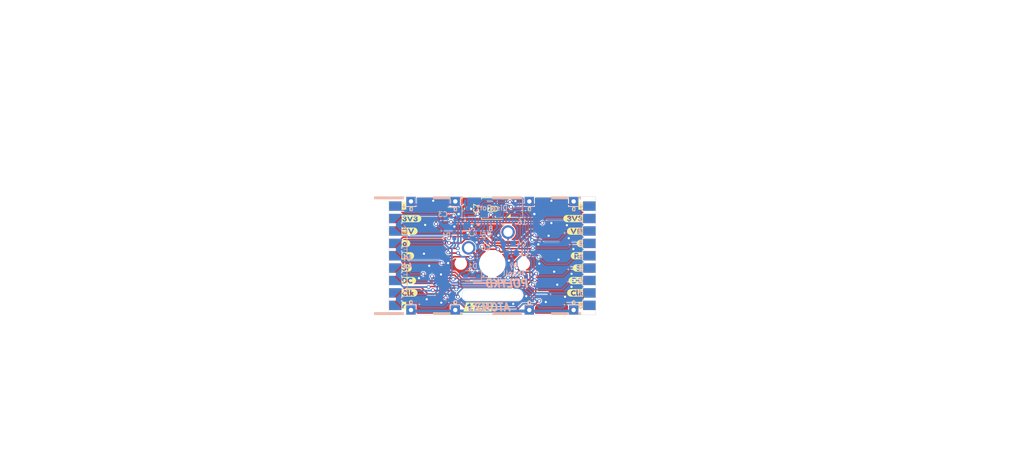
<source format=kicad_pcb>
(kicad_pcb (version 20211014) (generator pcbnew)
  (title_block (title "PolyKB Atom") (date "2022-02-01") (rev "2.1") (company "thpoll"))
  (layers (0 "F.Cu" signal) (31 "B.Cu" signal) (34 "B.Paste" user) (35 "F.Paste" user) (36 "B.SilkS" user "B.Silkscreen") (37 "F.SilkS" user "F.Silkscreen") (38 "B.Mask" user) (39 "F.Mask" user) (44 "Edge.Cuts" user))
  (net 0 "")
  (net 1 "/Keyboard/sheet605ED2EB/GND")
  (net 2 "/Keyboard/sheet605ED2EB/3V3")
  (net 3 "/Keyboard/sheet605ED2EB/4V2")
  (net 4 "Net-(C4-Pad1)")
  (net 5 "Net-(C5-Pad2)")
  (net 6 "Net-(C5-Pad1)")
  (net 7 "Net-(C6-Pad2)")
  (net 8 "Net-(C6-Pad1)")
  (net 9 "/Keyboard/sheet605ED2EB/CS")
  (net 10 "/Keyboard/sheet605ED2EB/RESET")
  (net 11 "/Keyboard/sheet605ED2EB/D-C")
  (net 12 "/Keyboard/sheet605ED2EB/SCLK")
  (net 13 "/Keyboard/sheet605ED2EB/SDIN")
  (net 14 "/Keyboard/sheet605ED2EB/LED_DIN")
  (net 15 "/Keyboard/sheet605ED2EB/5V")
  (net 16 "Net-(D1-Pad2)")
  (net 17 "/Keyboard/sheet605ED2EB/KeyRow")
  (net 18 "/Keyboard/sheet605ED2EB/KeyCol")
  (net 19 "CS8")
  (net 20 "CS7")
  (net 21 "CS6")
  (net 22 "CS5")
  (net 23 "CS4")
  (net 24 "CS3")
  (net 25 "CS2")
  (net 26 "CS1")
  (net 27 "Net-(C1-Pad1)")
  (footprint "poly_kb:AtomConnect2" (layer "F.Cu") (at 86.07425 63.6778 -90)
    (fp_text reference "J3" hide)
    (fp_text value "WestFront")
  )
  (footprint "poly_kb:AtomConnect2" (layer "F.Cu") (at 117.37975 63.6778 -90)
    (fp_text reference "J4" hide)
    (fp_text value "EastFront")
  )
  (footprint "poly_kb:WS2812B-Mini" (layer "F.Cu") (at 101.727 56.0578)
    (fp_text reference "LED1" hide)
    (fp_text value "WS2812B-Mini")
  )
  (footprint "poly_kb:SW_Cherry_MX_1.00u_PCB_NoSilk" (layer "F.Cu") (at 104.267 59.8678)
    (fp_text reference "SW1" hide)
    (fp_text value "SW_Push")
  )
  (footprint "poly_kb:TestPoin_1.5x1.5mm_Drill0.7mm" (layer "F.Cu") (at 107.696 54.9148)
    (fp_text reference "J2" hide)
    (fp_text value "North")
  )
  (footprint "poly_kb:TestPoin_1.5x1.5mm_Drill0.7mm" (layer "F.Cu") (at 95.758 54.9148)
    (fp_text reference "J8" hide)
    (fp_text value "North2")
  )
  (footprint "poly_kb:TestPoin_1.5x1.5mm_Drill0.7mm" (layer "F.Cu") (at 107.696 72.4408)
    (fp_text reference "J9" hide)
    (fp_text value "South2")
  )
  (footprint "poly_kb:TestPoin_1.5x1.5mm_Drill0.7mm" (layer "F.Cu") (at 95.758 72.4408)
    (fp_text reference "J7" hide)
    (fp_text value "South")
  )
  (footprint "kibuzzard-61EFD908" (layer "F.Cu") (at 87.47125 71.7042)
    (fp_text reference "kibuzzard-61EFD908" hide)
    (fp_text value "G***" hide)
  )
  (footprint "kibuzzard-62061ACF" (layer "F.Cu") (at 99.552 71.9528)
    (fp_text reference "kibuzzard-62061ACF" hide)
    (fp_text value "G***" hide)
  )
  (footprint "kibuzzard-61EFBE87" (layer "F.Cu") (at 88.89365 59.7154)
    (fp_text reference "kibuzzard-61EFBE87" hide)
    (fp_text value "G***" hide)
  )
  (footprint "kibuzzard-61EFDAC6" (layer "F.Cu") (at 115.93195 61.6966)
    (fp_text reference "kibuzzard-61EFDAC6" hide)
    (fp_text value "G***" hide)
  )
  (footprint "kibuzzard-61EFBE2C" (layer "F.Cu") (at 88.28405 67.691)
    (fp_text reference "kibuzzard-61EFBE2C" hide)
    (fp_text value "G***" hide)
  )
  (footprint "poly_kb:TestPoin_1.5x1.5mm_Drill0.7mm" (layer "F.Cu") (at 114.83975 54.9148)
    (fp_text reference "J2" hide)
    (fp_text value "North")
  )
  (footprint "kibuzzard-61EFD947" (layer "F.Cu") (at 115.98275 55.6514)
    (fp_text reference "kibuzzard-61EFD947" hide)
    (fp_text value "G***" hide)
  )
  (footprint "poly_kb:TestPoin_1.5x1.5mm_Drill0.7mm" (layer "F.Cu") (at 88.61425 54.9148)
    (fp_text reference "J10" hide)
    (fp_text value "North2")
  )
  (footprint "kibuzzard-61EFA8F1" (layer "F.Cu") (at 115.06835 69.6722)
    (fp_text reference "kibuzzard-61EFA8F1" hide)
    (fp_text value "G***" hide)
  )
  (footprint "kibuzzard-61EFDAA0" (layer "F.Cu") (at 87.82685 61.6966)
    (fp_text reference "kibuzzard-61EFDAA0" hide)
    (fp_text value "G***" hide)
  )
  (footprint "kibuzzard-61EFD7F9" (layer "F.Cu") (at 115.52555 65.659)
    (fp_text reference "kibuzzard-61EFD7F9" hide)
    (fp_text value "G***" hide)
  )
  (footprint "Capacitor_SMD:C_0603_1608Metric" (layer "F.Cu") (at 97.7265 56.0578 -90)
    (fp_text reference "C7")
    (fp_text value "100nF")
  )
  (footprint "kibuzzard-61EFD863" (layer "F.Cu") (at 114.76355 57.6834)
    (fp_text reference "kibuzzard-61EFD863" hide)
    (fp_text value "G***" hide)
  )
  (footprint "kibuzzard-61EFD879" (layer "F.Cu") (at 88.70025 57.6906)
    (fp_text reference "kibuzzard-61EFD879" hide)
    (fp_text value "G***" hide)
  )
  (footprint "kibuzzard-61EFD908" (layer "F.Cu") (at 115.98275 71.7042)
    (fp_text reference "kibuzzard-61EFD908" hide)
    (fp_text value "G***" hide)
  )
  (footprint "kibuzzard-61EFACF9" (layer "F.Cu") (at 114.56035 59.7154)
    (fp_text reference "kibuzzard-61EFACF9" hide)
    (fp_text value "G***" hide)
  )
  (footprint "kibuzzard-61EFDAEE" (layer "F.Cu") (at 88.110489 63.677507)
    (fp_text reference "kibuzzard-61EFDAEE" hide)
    (fp_text value "G***" hide)
  )
  (footprint "kibuzzard-61EFBE21" (layer "F.Cu") (at 87.92845 65.659)
    (fp_text reference "kibuzzard-61EFBE21" hide)
    (fp_text value "G***" hide)
  )
  (footprint "kibuzzard-61EFABBF" (layer "F.Cu") (at 115.16995 67.691)
    (fp_text reference "kibuzzard-61EFABBF" hide)
    (fp_text value "G***" hide)
  )
  (footprint "kibuzzard-61EFD947" (layer "F.Cu") (at 87.47125 55.6514)
    (fp_text reference "kibuzzard-61EFD947" hide)
    (fp_text value "G***" hide)
  )
  (footprint "poly_kb:TestPoin_1.5x1.5mm_Drill0.7mm" (layer "F.Cu") (at 88.61425 72.4408)
    (fp_text reference "J7" hide)
    (fp_text value "South")
  )
  (footprint "kibuzzard-61EFBE3D" (layer "F.Cu") (at 88.38565 69.6722)
    (fp_text reference "kibuzzard-61EFBE3D" hide)
    (fp_text value "G***" hide)
  )
  (footprint "kibuzzard-61EFAA6D" (layer "F.Cu") (at 115.37315 63.6778)
    (fp_text reference "kibuzzard-61EFAA6D" hide)
    (fp_text value "G***" hide)
  )
  (footprint "poly_kb:TestPoin_1.5x1.5mm_Drill0.7mm" (layer "F.Cu") (at 114.83975 72.4408)
    (fp_text reference "J9" hide)
    (fp_text value "South2")
  )
  (footprint "Capacitor_SMD:C_0603_1608Metric" (layer "B.Cu") (at 104.802 63.2528 180)
    (fp_text reference "C1")
    (fp_text value "2.2uF")
  )
  (footprint "Capacitor_SMD:C_0603_1608Metric" (layer "B.Cu") (at 97.409 59.8046 90)
    (fp_text reference "C2")
    (fp_text value "2.2uF")
  )
  (footprint "Capacitor_SMD:C_0402_1005Metric" (layer "B.Cu") (at 95.123 56.9468 90)
    (fp_text reference "C3" hide)
    (fp_text value "1uF")
  )
  (footprint "Capacitor_SMD:C_0603_1608Metric" (layer "B.Cu") (at 104.302 61.7528 180)
    (fp_text reference "C4")
    (fp_text value "4.7uF")
  )
  (footprint "Capacitor_SMD:C_0402_1005Metric" (layer "B.Cu") (at 99.4918 60.0176 90)
    (fp_text reference "C5")
    (fp_text value "1uF")
  )
  (footprint "Capacitor_SMD:C_0402_1005Metric" (layer "B.Cu") (at 100.457 61.3918)
    (fp_text reference "C6")
    (fp_text value "1uF")
  )
  (footprint "poly_kb:D_SOD-323Ext" (layer "B.Cu") (at 98.425 66.9528 180)
    (fp_text reference "D1")
    (fp_text value "D_Small")
  )
  (footprint "poly_kb:FPC_16_JUSHUO_AFC05_S16FIA_00" (layer "B.Cu") (at 101.727 57.9628)
    (fp_text reference "J1" hide)
    (fp_text value "Conn_01x16")
  )
  (footprint "poly_kb:AtomConnect2" (layer "B.Cu") (at 117.37975 63.6778 -90)
    (fp_text reference "J6" hide)
    (fp_text value "EastBack")
  )
  (footprint "poly_kb:AtomConnectCS" (layer "B.Cu") (at 86.07425 63.6778 -90)
    (fp_text reference "J5" hide)
    (fp_text value "WestBack")
  )
  (footprint "Resistor_SMD:R_0402_1005Metric" (layer "B.Cu") (at 95.602 60.3906 -90)
    (fp_text reference "R1")
    (fp_text value "1M")
  )
  (gr_poly (pts (xy 106.4895 73.2282) (xy 101.727 73.2282) (xy 101.727 72.7964) (xy 106.4895 72.7964)) (layer "B.SilkS") (width 0) (fill solid))
  (gr_poly (pts (xy 94.9706 54.5608) (xy 92.1766 54.5608) (xy 92.1766 54.1274) (xy 94.9706 54.1274)) (layer "B.SilkS") (width 0) (fill solid))
  (gr_poly (pts (xy 96.9645 54.5608) (xy 96.5454 54.5608) (xy 96.5454 54.1274) (xy 96.9645 54.1274)) (layer "B.SilkS") (width 0) (fill solid))
  (gr_poly (pts (xy 96.9645 73.2282) (xy 96.5454 73.2282) (xy 96.5454 72.8091) (xy 96.9645 72.8091)) (layer "B.SilkS") (width 0) (fill solid))
  (gr_poly (pts (xy 94.9706 73.2282) (xy 92.202 73.2282) (xy 92.202 72.788864) (xy 94.9706 72.788864)) (layer "B.SilkS") (width 0) (fill solid))
  (gr_line (start 115.98275 55.3466) (end 115.98275 55.7022) (layer "B.SilkS") (width 0.12))
  (gr_line (start 87.97925 63.4238) (end 87.97925 59.3598) (layer "B.SilkS") (width 0.12))
  (gr_line (start 103.502 58.4778) (end 103.502 58.9278) (layer "B.SilkS") (width 0.12))
  (gr_line (start 87.47125 66.7258) (end 87.97925 66.7258) (layer "B.SilkS") (width 0.12))
  (gr_line (start 103.327 58.7528) (end 103.677 58.7528) (layer "B.SilkS") (width 0.12))
  (gr_line (start 87.47125 55.3466) (end 87.47125 55.7022) (layer "B.SilkS") (width 0.12))
  (gr_line (start 87.97925 69.5198) (end 87.47125 70.0278) (layer "B.SilkS") (width 0.12))
  (gr_line (start 87.47125 55.7022) (end 87.21725 55.7022) (layer "B.SilkS") (width 0.12))
  (gr_line (start 99.302 58.7528) (end 99.652 58.7528) (layer "B.SilkS") (width 0.12))
  (gr_line (start 115.93195 56.007) (end 116.03355 56.007) (layer "B.SilkS") (width 0.12))
  (gr_line (start 87.47125 55.7022) (end 87.72525 55.7022) (layer "B.SilkS") (width 0.12))
  (gr_line (start 99.402 58.7028) (end 99.552 58.7028) (layer "B.SilkS") (width 0.12))
  (gr_line (start 103.427 58.7028) (end 103.577 58.7028) (layer "B.SilkS") (width 0.12))
  (gr_line (start 99.477 58.4778) (end 99.302 58.7528) (layer "B.SilkS") (width 0.12))
  (gr_line (start 103.677 58.7528) (end 103.502 58.4778) (layer "B.SilkS") (width 0.12))
  (gr_line (start 115.98275 55.7022) (end 116.23675 55.7022) (layer "B.SilkS") (width 0.12))
  (gr_line (start 115.98275 55.7022) (end 115.72875 55.7022) (layer "B.SilkS") (width 0.12))
  (gr_poly (pts (xy 116.0145 54.5608) (xy 115.5954 54.5608) (xy 115.5954 54.1274) (xy 116.0145 54.1274)) (layer "B.SilkS") (width 0) (fill solid))
  (gr_poly (pts (xy 106.4895 54.5608) (xy 101.727 54.5608) (xy 101.727 54.1274) (xy 106.4895 54.1274)) (layer "B.SilkS") (width 0) (fill solid))
  (gr_line (start 87.31885 55.8546) (end 87.62365 55.8546) (layer "B.SilkS") (width 0.12))
  (gr_line (start 87.47125 62.6618) (end 87.97925 62.6618) (layer "B.SilkS") (width 0.12))
  (gr_poly (pts (xy 87.4395 54.5608) (xy 82.677 54.5608) (xy 82.677 54.1274) (xy 87.4395 54.1274)) (layer "B.SilkS") (width 0) (fill solid))
  (gr_line (start 99.652 58.7528) (end 99.477 58.4778) (layer "B.SilkS") (width 0.12))
  (gr_line (start 87.97925 65.9638) (end 87.97925 69.5198) (layer "B.SilkS") (width 0.12))
  (gr_poly (pts (xy 87.4395 73.2282) (xy 82.677 73.2282) (xy 82.677 72.7964) (xy 87.4395 72.7964)) (layer "B.SilkS") (width 0) (fill solid))
  (gr_line (start 103.502 58.4778) (end 103.327 58.7528) (layer "B.SilkS") (width 0.12))
  (gr_line (start 101.477 58.6528) (end 101.477 58.4778) (layer "B.SilkS") (width 0.12))
  (gr_poly (pts (xy 114.0206 73.2282) (xy 111.252 73.2282) (xy 111.252 72.788864) (xy 114.0206 72.788864)) (layer "B.SilkS") (width 0) (fill solid))
  (gr_line (start 87.97925 59.3598) (end 87.47125 58.8518) (layer "B.SilkS") (width 0.12))
  (gr_poly (pts (xy 116.0145 73.2282) (xy 115.5954 73.2282) (xy 115.5954 72.8091) (xy 116.0145 72.8091)) (layer "B.SilkS") (width 0) (fill solid))
  (gr_line (start 115.83035 55.8546) (end 116.13515 55.8546) (layer "B.SilkS") (width 0.12))
  (gr_line (start 99.477 58.4778) (end 99.477 58.9278) (layer "B.SilkS") (width 0.12))
  (gr_line (start 87.42045 56.007) (end 87.52205 56.007) (layer "B.SilkS") (width 0.12))
  (gr_poly (pts (xy 114.0206 54.5608) (xy 111.2266 54.5608) (xy 111.2266 54.1274) (xy 114.0206 54.1274)) (layer "B.SilkS") (width 0) (fill solid))
  (gr_poly (pts (xy 106.4895 54.5608) (xy 101.727 54.5608) (xy 101.727 54.1274) (xy 106.4895 54.1274)) (layer "F.SilkS") (width 0) (fill solid))
  (gr_line (start 87.64905 59.2582) (end 87.64905 59.309) (layer "F.SilkS") (width 0.12))
  (gr_line (start 115.37315 59.2074) (end 115.37315 60.2234) (layer "F.SilkS") (width 0.135))
  (gr_line (start 116.28755 59.2074) (end 116.28755 60.2234) (layer "F.SilkS") (width 0.135))
  (gr_line (start 115.85575 59.309) (end 115.80495 59.309) (layer "F.SilkS") (width 0.12))
  (gr_line (start 115.85575 59.2582) (end 115.85575 59.309) (layer "F.SilkS") (width 0.12))
  (gr_line (start 87.90305 59.309) (end 87.90305 59.2074) (layer "F.SilkS") (width 0.12))
  (gr_poly (pts (xy 114.0206 73.2282) (xy 111.2266 73.2282) (xy 111.2266 72.8218) (xy 114.0206 72.8218)) (layer "F.SilkS") (width 0) (fill solid))
  (gr_line (start 115.55095 59.309) (end 115.55095 59.2074) (layer "F.SilkS") (width 0.12))
  (gr_line (start 87.16645 59.2074) (end 88.13165 59.2074) (layer "F.SilkS") (width 0.135))
  (gr_line (start 87.59825 59.309) (end 87.59825 59.2582) (layer "F.SilkS") (width 0.12))
  (gr_line (start 88.05545 59.309) (end 87.90305 59.309) (layer "F.SilkS") (width 0.12))
  (gr_poly (pts (xy 87.4395 54.5608) (xy 82.677 54.5608) (xy 82.677 54.1274) (xy 87.4395 54.1274)) (layer "F.SilkS") (width 0) (fill solid))
  (gr_poly (pts (xy 114.0206 54.5608) (xy 111.2266 54.5608) (xy 111.2266 54.1274) (xy 114.0206 54.1274)) (layer "F.SilkS") (width 0) (fill solid))
  (gr_line (start 88.13165 60.2234) (end 87.16645 60.2234) (layer "F.SilkS") (width 0.135))
  (gr_line (start 87.21725 59.309) (end 87.34425 59.309) (layer "F.SilkS") (width 0.12))
  (gr_line (start 115.60175 59.563) (end 116.05895 59.563) (layer "F.SilkS") (width 0.12))
  (gr_line (start 87.16645 59.2074) (end 87.16645 60.2234) (layer "F.SilkS") (width 0.135))
  (gr_line (start 116.26215 59.309) (end 116.10975 59.309) (layer "F.SilkS") (width 0.12))
  (gr_poly (pts (xy 96.9645 54.5608) (xy 96.5454 54.5608) (xy 96.5454 54.1274) (xy 96.9645 54.1274)) (layer "F.SilkS") (width 0) (fill solid))
  (gr_line (start 87.39505 59.563) (end 87.85225 59.563) (layer "F.SilkS") (width 0.12))
  (gr_line (start 87.39505 59.9694) (end 87.85225 59.9694) (layer "F.SilkS") (width 0.12))
  (gr_poly (pts (xy 94.9706 54.5608) (xy 92.1766 54.5608) (xy 92.1766 54.1274) (xy 94.9706 54.1274)) (layer "F.SilkS") (width 0) (fill solid))
  (gr_line (start 116.05895 59.7662) (end 115.60175 59.7662) (layer "F.SilkS") (width 0.12))
  (gr_line (start 116.10975 59.309) (end 116.10975 59.2074) (layer "F.SilkS") (width 0.12))
  (gr_line (start 87.64905 59.309) (end 87.59825 59.309) (layer "F.SilkS") (width 0.12))
  (gr_line (start 116.28755 60.2234) (end 115.32235 60.2234) (layer "F.SilkS") (width 0.135))
  (gr_line (start 115.42395 59.309) (end 115.55095 59.309) (layer "F.SilkS") (width 0.12))
  (gr_line (start 87.85225 59.7662) (end 87.39505 59.7662) (layer "F.SilkS") (width 0.12))
  (gr_poly (pts (xy 96.9645 73.2282) (xy 96.5454 73.2282) (xy 96.5454 72.8218) (xy 96.9645 72.8218)) (layer "F.SilkS") (width 0) (fill solid))
  (gr_line (start 87.34425 59.309) (end 87.34425 59.2074) (layer "F.SilkS") (width 0.12))
  (gr_poly (pts (xy 106.4895 73.2282) (xy 101.727 73.2282) (xy 101.727 72.8218) (xy 106.4895 72.8218)) (layer "F.SilkS") (width 0) (fill solid))
  (gr_line (start 115.60175 59.9694) (end 116.05895 59.9694) (layer "F.SilkS") (width 0.12))
  (gr_poly (pts (xy 116.0145 73.2282) (xy 115.5954 73.2282) (xy 115.5954 72.8218) (xy 116.0145 72.8218)) (layer "F.SilkS") (width 0) (fill solid))
  (gr_line (start 88.08085 59.2074) (end 88.08085 60.2234) (layer "F.SilkS") (width 0.135))
  (gr_poly (pts (xy 116.0145 54.5608) (xy 115.5954 54.5608) (xy 115.5954 54.1274) (xy 116.0145 54.1274)) (layer "F.SilkS") (width 0) (fill solid))
  (gr_line (start 115.80495 59.309) (end 115.80495 59.2582) (layer "F.SilkS") (width 0.12))
  (gr_line (start 115.32235 59.2074) (end 116.28755 59.2074) (layer "F.SilkS") (width 0.135))
  (gr_poly (pts (xy 87.4395 73.2282) (xy 82.677 73.2282) (xy 82.677 72.8218) (xy 87.4395 72.8218)) (layer "F.SilkS") (width 0) (fill solid))
  (gr_poly (pts (xy 94.9706 73.2282) (xy 92.1766 73.2282) (xy 92.1766 72.8218) (xy 94.9706 72.8218)) (layer "F.SilkS") (width 0) (fill solid))
  (gr_line (start 118.39575 54.1528) (end 85.05825 54.1528) (layer "Edge.Cuts") (width 0.05))
  (gr_line (start 85.05825 54.1528) (end 85.05825 73.2028) (layer "Edge.Cuts") (width 0.05))
  (gr_line (start 118.39575 54.1528) (end 118.39575 73.2028) (layer "Edge.Cuts") (width 0.05))
  (gr_line (start 118.39575 73.2028) (end 85.05825 73.2028) (layer "Edge.Cuts") (width 0.05))
  (gr_arc (start 105.718 69.1388) (mid 106.607 70.0278) (end 105.718 70.9168) (layer "Edge.Cuts") (width 0.05))
  (gr_line (start 105.718 69.1388) (end 97.736 69.1388) (layer "Edge.Cuts") (width 0.05))
  (gr_arc (start 97.736 70.9168) (mid 96.847 70.0278) (end 97.736 69.1388) (layer "Edge.Cuts") (width 0.05))
  (gr_line (start 105.718 70.9168) (end 97.736 70.9168) (layer "Edge.Cuts") (width 0.05))
  (gr_text "ATOM2" (at 101.7778 71.9963) (layer "B.SilkS") (effects (font (size 1.2 1.2) (thickness 0.3) italic) (justify mirror)))
  (gr_text "1" (at 115.98275 57.7088) (layer "B.SilkS") (effects (font (size 0.8 0.8) (thickness 0.153)) (justify mirror)))
  (gr_text "c" (at 95.7834 71.12) (layer "B.SilkS") (effects (font (size 0.8 0.8) (thickness 0.153)) (justify mirror)))
  (gr_text "c" (at 107.7214 71.1454) (layer "B.SilkS") (effects (font (size 0.8 0.8) (thickness 0.153)) (justify mirror)))
  (gr_text "c" (at 95.7834 56.0578) (layer "B.SilkS") (effects (font (size 0.8 0.8) (thickness 0.153)) (justify mirror)))
  (gr_text ".1" (at 98.5012 72.2503) (layer "B.SilkS") (effects (font (size 0.8 0.8) (thickness 0.153)) (justify mirror)))
  (gr_text "4" (at 115.98275 63.741299) (layer "B.SilkS") (effects (font (size 0.8 0.8) (thickness 0.153)) (justify mirror)))
  (gr_text "POLYKB" (at 104.14 68.1482) (layer "B.SilkS") (effects (font (size 1.2 1.2) (thickness 0.3) italic) (justify mirror)))
  (gr_text "c" (at 88.63965 56.0578) (layer "B.SilkS") (effects (font (size 0.8 0.8) (thickness 0.153)) (justify mirror)))
  (gr_text "." (at 100.302 66.5028) (layer "B.SilkS") (effects (font (size 1.2 1.2) (thickness 0.25)) (justify mirror)))
  (gr_text "2" (at 115.98275 59.719633) (layer "B.SilkS") (effects (font (size 0.8 0.8) (thickness 0.153)) (justify mirror)))
  (gr_text "c" (at 114.86515 56.0578) (layer "B.SilkS") (effects (font (size 0.8 0.8) (thickness 0.153)) (justify mirror)))
  (gr_text "5" (at 115.98275 65.752132) (layer "B.SilkS") (effects (font (size 0.8 0.8) (thickness 0.153)) (justify mirror)))
  (gr_text "6" (at 115.98275 67.762965) (layer "B.SilkS") (effects (font (size 0.8 0.8) (thickness 0.153)) (justify mirror)))
  (gr_text "by\nthpoll" (at 105.156 65.8368) (layer "B.SilkS") (effects (font (size 0.8 0.8)) (justify mirror)))
  (gr_text "8" (at 101.477 59.3278) (layer "B.SilkS") (effects (font (size 0.8 0.8) (thickness 0.153)) (justify mirror)))
  (gr_text "16" (at 106.527 58.2778) (layer "B.SilkS") (effects (font (size 0.8 0.8) (thickness 0.153)) (justify mirror)))
  (gr_text "C3" (at 93.752 57.0028) (layer "B.SilkS") (effects (font (size 0.8 0.8)) (justify mirror)))
  (gr_text "c" (at 107.7214 56.0578) (layer "B.SilkS") (effects (font (size 0.8 0.8) (thickness 0.153)) (justify mirror)))
  (gr_text "c" (at 88.63965 71.12) (layer "B.SilkS") (effects (font (size 0.8 0.8) (thickness 0.153)) (justify mirror)))
  (gr_text "DispPort" (at 101.6762 55.9562) (layer "B.SilkS") (effects (font (size 0.8 0.8) (thickness 0.153)) (justify mirror)))
  (gr_text "3" (at 115.98275 61.730466) (layer "B.SilkS") (effects (font (size 0.8 0.8) (thickness 0.153)) (justify mirror)))
  (gr_text "CS" (at 87.97925 64.6938 270) (layer "B.SilkS") (effects (font (size 1 1.2) (thickness 0.25)) (justify mirror)))
  (gr_text "." (at 97.352 57.5278) (layer "B.SilkS") (effects (font (size 1.2 1.2) (thickness 0.25)) (justify mirror)))
  (gr_text "c" (at 114.86515 71.1454) (layer "B.SilkS") (effects (font (size 0.8 0.8) (thickness 0.153)) (justify mirror)))
  (gr_text "8" (at 115.98275 71.755) (layer "B.SilkS") (effects (font (size 0.8 0.8) (thickness 0.153)) (justify mirror)))
  (gr_text "7" (at 115.98275 69.7738) (layer "B.SilkS") (effects (font (size 0.8 0.8) (thickness 0.153)) (justify mirror)))
  (gr_text "c" (at 95.7326 71.0946) (layer "F.SilkS") (effects (font (size 0.8 0.8) (thickness 0.153))))
  (gr_text "c" (at 107.7214 56.0578) (layer "F.SilkS") (effects (font (size 0.8 0.8) (thickness 0.153))))
  (gr_text "c" (at 107.6706 71.1454) (layer "F.SilkS") (effects (font (size 0.8 0.8) (thickness 0.153))))
  (gr_text "c" (at 88.63965 56.0578) (layer "F.SilkS") (effects (font (size 0.8 0.8) (thickness 0.153))))
  (gr_text "E" (at 101.727 56.134) (layer "F.SilkS") (effects (font (size 0.8 0.8))))
  (gr_text "c" (at 88.58885 71.0946) (layer "F.SilkS") (effects (font (size 0.8 0.8) (thickness 0.153))))
  (gr_text "D" (at 102.3112 56.134) (layer "F.SilkS") (effects (font (size 0.8 0.8))))
  (gr_text "L" (at 101.1428 56.134) (layer "F.SilkS") (effects (font (size 0.8 0.8))))
  (gr_text "c" (at 114.86515 56.0578) (layer "F.SilkS") (effects (font (size 0.8 0.8) (thickness 0.153))))
  (gr_text "c" (at 95.7834 56.0578) (layer "F.SilkS") (effects (font (size 0.8 0.8) (thickness 0.153))))
  (gr_text "c" (at 114.81435 71.1454) (layer "F.SilkS") (effects (font (size 0.8 0.8) (thickness 0.153))))
  (segment (start 98.407521 56.0578) (end 98.34306 56.122261) (width 0.5) (layer "F.Cu") (net 1))
  (segment (start 101.092 56.0578) (end 98.407521 56.0578) (width 0.5) (layer "F.Cu") (net 1))
  (segment (start 95.662917 58.91646) (end 95.585745 58.993632) (width 0.2921) (layer "F.Cu") (net 1))
  (segment (start 101.490858 56.0578) (end 102.581996 57.148938) (width 0.5) (layer "F.Cu") (net 1))
  (segment (start 98.405358 58.91646) (end 95.662917 58.91646) (width 0.2921) (layer "F.Cu") (net 1))
  (segment (start 102.581996 57.148938) (end 108.305862 57.148938) (width 0.5) (layer "F.Cu") (net 1))
  (segment (start 101.092 56.0578) (end 101.490858 56.0578) (width 0.5) (layer "F.Cu") (net 1))
  (segment (start 98.405358 58.91646) (end 101.21566 58.91646) (width 0.2921) (layer "F.Cu") (net 1))
  (segment (start 101.21566 58.91646) (end 102.702 60.4028) (width 0.2921) (layer "F.Cu") (net 1))
  (segment (start 97.640496 56.824825) (end 98.34306 56.122261) (width 0.5) (layer "F.Cu") (net 1))
  (segment (start 96.503206 56.824825) (end 97.640496 56.824825) (width 0.5) (layer "F.Cu") (net 1))
  (segment (start 108.305862 57.148938) (end 108.502 56.9528) (width 0.5) (layer "F.Cu") (net 1))
  (via (at 109.302 64.9528) (size 0.6096) (drill 0.3556) (layers "F.Cu" "B.Cu") (net 1))
  (via (at 110.802 60.4528) (size 0.6096) (drill 0.3556) (layers "F.Cu" "B.Cu") (net 1))
  (via (at 99.202 61.521322) (size 0.6096) (drill 0.3556) (layers "F.Cu" "B.Cu") (net 1))
  (via (at 110.352 71.1528) (size 0.6096) (drill 0.3556) (layers "F.Cu" "B.Cu") (net 1))
  (via (at 92.202 54.8028) (size 0.6096) (drill 0.3556) (layers "F.Cu" "B.Cu") (net 1))
  (via (at 104.394 64.4652) (size 0.6096) (drill 0.3556) (layers "F.Cu" "B.Cu") (net 1))
  (via (at 94.602 64.8641) (size 0.6096) (drill 0.3556) (layers "F.Cu" "B.Cu") (net 1))
  (via (at 93.452 66.7028) (size 0.6096) (drill 0.3556) (layers "F.Cu" "B.Cu") (net 1))
  (via (at 113.752 58.7528) (size 0.6096) (drill 0.3556) (layers "F.Cu" "B.Cu") (net 1))
  (via (at 93.502 71.2528) (size 0.6096) (drill 0.3556) (layers "F.Cu" "B.Cu") (net 1))
  (via (at 113.452 70.3028) (size 0.6096) (drill 0.3556) (layers "F.Cu" "B.Cu") (net 1))
  (via (at 101.092 56.0578) (size 0.6096) (drill 0.3556) (layers "F.Cu" "B.Cu") (net 1))
  (via (at 111.252 54.8028) (size 0.6096) (drill 0.3556) (layers "F.Cu" "B.Cu") (net 1))
  (via (at 90.902 58.7028) (size 0.6096) (drill 0.3556) (layers "F.Cu" "B.Cu") (net 1))
  (via (at 98.405358 58.91646) (size 0.6096) (drill 0.3556) (layers "F.Cu" "B.Cu") (net 1))
  (via (at 108.502 56.9528) (size 0.8) (drill 0.4) (layers "F.Cu" "B.Cu") (net 1))
  (via (at 91.152 70.7028) (size 0.6096) (drill 0.3556) (layers "F.Cu" "B.Cu") (net 1))
  (via (at 114.052 60.8528) (size 0.6096) (drill 0.3556) (layers "F.Cu" "B.Cu") (net 1))
  (via (at 105.452 54.8528) (size 0.6096) (drill 0.3556) (layers "F.Cu" "B.Cu") (net 1))
  (via (at 107.202 70.2028) (size 0.6096) (drill 0.3556) (layers "F.Cu" "B.Cu") (net 1))
  (via (at 111.702 66.2528) (size 0.6096) (drill 0.3556) (layers "F.Cu" "B.Cu") (net 1))
  (via (at 111.252 58.4028) (size 0.6096) (drill 0.3556) (layers "F.Cu" "B.Cu") (net 1))
  (via (at 102.702 60.4028) (size 0.6096) (drill 0.3556) (layers "F.Cu" "B.Cu") (net 1))
  (via (at 114.502 68.7028) (size 0.6096) (drill 0.3556) (layers "F.Cu" "B.Cu") (net 1))
  (via (at 91.552 65.3028) (size 0.6096) (drill 0.3556) (layers "F.Cu" "B.Cu") (net 1))
  (via (at 98.34306 56.122261) (size 0.6096) (drill 0.3556) (layers "F.Cu" "B.Cu") (net 1))
  (via (at 89.902 67.3028) (size 0.6096) (drill 0.3556) (layers "F.Cu" "B.Cu") (net 1))
  (via (at 114.502 66.6028) (size 0.6096) (drill 0.3556) (layers "F.Cu" "B.Cu") (net 1))
  (via (at 114.802 62.6028) (size 0.6096) (drill 0.3556) (layers "F.Cu" "B.Cu") (net 1))
  (via (at 112.202 68.3528) (size 0.6096) (drill 0.3556) (layers "F.Cu" "B.Cu") (net 1))
  (via (at 109.152 61.8528) (size 0.6096) (drill 0.3556) (layers "F.Cu" "B.Cu") (net 1))
  (via (at 95.607733 58.9711) (size 0.6096) (drill 0.3556) (layers "F.Cu" "B.Cu") (net 1))
  (via (at 96.302 56.9547) (size 0.8) (drill 0.4) (layers "F.Cu" "B.Cu") (net 1))
  (via (at 112.402 64.3028) (size 0.6096) (drill 0.3556) (layers "F.Cu" "B.Cu") (net 1))
  (via (at 99.314 66.0908) (size 0.6096) (drill 0.3556) (layers "F.Cu" "B.Cu") (net 1))
  (via (at 90.702 63.3528) (size 0.6096) (drill 0.3556) (layers "F.Cu" "B.Cu") (net 1))
  (via (at 105.102 71.4528) (size 0.6096) (drill 0.3556) (layers "F.Cu" "B.Cu") (net 1))
  (segment (start 102.702 60.7528) (end 102.702 60.4028) (width 0.5) (layer "B.Cu") (net 1))
  (segment (start 95.702 58.1028) (end 96.252 57.5528) (width 0.2921) (layer "B.Cu") (net 1))
  (segment (start 103.527 61.6458) (end 103.527 61.5778) (width 0.5) (layer "B.Cu") (net 1))
  (segment (start 98.452 60.7838) (end 99.187 61.5188) (width 0.2921) (layer "B.Cu") (net 1))
  (segment (start 96.252 57.5528) (end 96.252 57.0047) (width 0.2921) (layer "B.Cu") (net 1))
  (segment (start 86.32825 55.6778) (end 86.83525 56.1848) (width 0.5) (layer "B.Cu") (net 1))
  (segment (start 95.23199 56.1848) (end 87.434 56.1848) (width 0.5) (layer "B.Cu") (net 1))
  (segment (start 87.434 56.1848) (end 86.927 55.6778) (width 0.5) (layer "B.Cu") (net 1))
  (segment (start 116.477 55.6778) (end 117.37975 55.6778) (width 0.5) (layer "B.Cu") (net 1))
  (segment (start 103.527 61.5778) (end 102.702 60.7528) (width 0.5) (layer "B.Cu") (net 1))
  (segment (start 103.5242 62.681) (end 103.5242 61.6458) (width 0.5) (layer "B.Cu") (net 1))
  (segment (start 98.977 58.4778) (end 98.53834 58.91646) (width 0.2921) (layer "B.Cu") (net 1))
  (segment (start 97.409 58.8388) (end 97.61881 58.8388) (width 0.2921) (layer "B.Cu") (net 1))
  (segment (start 95.585745 58.993632) (end 95.702 58.877377) (width 0.2921) (layer "B.Cu") (net 1))
  (segment (start 97.977 57.9628) (end 97.977 58.48061) (width 0.2921) (layer "B.Cu") (net 1))
  (segment (start 108.502 56.9528) (end 115.202 56.9528) (width 0.5) (layer "B.Cu") (net 1))
  (segment (start 98.452 58.963102) (end 98.452 60.7838) (width 0.2921) (layer "B.Cu") (net 1))
  (segment (start 115.202 56.9528) (end 116.477 55.6778) (width 0.5) (layer "B.Cu") (net 1))
  (segment (start 95.23199 56.1848) (end 95.23199 56.35781) (width 0.5) (layer "B.Cu") (net 1))
  (segment (start 96.302 56.623619) (end 96.302 56.9547) (width 0.5) (layer "B.Cu") (net 1))
  (segment (start 95.23199 56.1848) (end 95.863181 56.1848) (width 0.5) (layer "B.Cu") (net 1))
  (segment (start 97.977 58.48061) (end 98.405358 58.908968) (width 0.2921) (layer "B.Cu") (net 1))
  (segment (start 95.23199 56.35781) (end 95.123 56.4668) (width 0.5) (layer "B.Cu") (net 1))
  (segment (start 98.405358 58.91646) (end 98.452 58.963102) (width 0.2921) (layer "B.Cu") (net 1))
  (segment (start 96.252 57.0047) (end 96.302 56.9547) (width 0.2921) (layer "B.Cu") (net 1))
  (segment (start 98.53834 58.91646) (end 98.405358 58.91646) (width 0.2921) (layer "B.Cu") (net 1))
  (segment (start 104.013 63.1698) (end 103.5242 62.681) (width 0.5) (layer "B.Cu") (net 1))
  (segment (start 98.405358 58.908968) (end 98.405358 58.91646) (width 0.2921) (layer "B.Cu") (net 1))
  (segment (start 97.61881 58.8388) (end 97.977 58.48061) (width 0.2921) (layer "B.Cu") (net 1))
  (segment (start 86.927 55.6778) (end 86.07425 55.6778) (width 0.5) (layer "B.Cu") (net 1))
  (segment (start 98.977 57.9628) (end 98.977 58.4778) (width 0.2921) (layer "B.Cu") (net 1))
  (segment (start 95.702 58.877377) (end 95.702 58.1028) (width 0.2921) (layer "B.Cu") (net 1))
  (segment (start 95.863181 56.1848) (end 96.302 56.623619) (width 0.5) (layer "B.Cu") (net 1))
  (segment (start 96.014089 57.800849) (end 95.490562 57.277322) (width 0.5) (layer "F.Cu") (net 2))
  (segment (start 101.473 57.0738) (end 101.473 57.5818) (width 0.5) (layer "F.Cu") (net 2))
  (segment (start 93.952 57.7028) (end 92.652 57.7028) (width 0.25) (layer "F.Cu") (net 2))
  (segment (start 94.675312 57.229488) (end 95.490562 57.229488) (width 0.5) (layer "F.Cu") (net 2))
  (segment (start 109.509274 57.646099) (end 109.354524 57.800849) (width 0.5) (layer "F.Cu") (net 2))
  (segment (start 101.618511 57.727311) (end 101.327489 57.727311) (width 0.5) (layer "F.Cu") (net 2))
  (segment (start 101.473 57.5818) (end 101.327489 57.727311) (width 0.5) (layer "F.Cu") (net 2))
  (segment (start 92.652 57.7028) (end 92.652 58.5528) (width 0.25) (layer "F.Cu") (net 2))
  (segment (start 95.490562 57.277322) (end 95.490562 57.229488) (width 0.5) (layer "F.Cu") (net 2))
  (segment (start 117.348049 57.646099) (end 109.509274 57.646099) (width 0.5) (layer "F.Cu") (net 2))
  (segment (start 117.37975 57.6778) (end 117.348049 57.646099) (width 0.5) (layer "F.Cu") (net 2))
  (segment (start 101.473 57.5818) (end 101.618511 57.727311) (width 0.5) (layer "F.Cu") (net 2))
  (segment (start 94.227 57.6778) (end 94.675312 57.229488) (width 0.5) (layer "F.Cu") (net 2))
  (segment (start 109.354524 57.800849) (end 96.014089 57.800849) (width 0.5) (layer "F.Cu") (net 2))
  (segment (start 86.07425 57.6778) (end 94.227 57.6778) (width 0.5) (layer "F.Cu") (net 2))
  (segment (start 101.327489 57.727311) (end 101.277489 57.777311) (width 0.5) (layer "F.Cu") (net 2))
  (via (at 92.652 58.5528) (size 0.6096) (drill 0.3556) (layers "F.Cu" "B.Cu") (net 2))
  (via (at 101.473 57.0738) (size 0.6096) (drill 0.3556) (layers "F.Cu" "B.Cu") (net 2))
  (via (at 95.490562 57.229488) (size 0.6096) (drill 0.3556) (layers "F.Cu" "B.Cu") (net 2))
  (segment (start 95.601043 59.879643) (end 93.978843 59.879643) (width 0.25) (layer "B.Cu") (net 2))
  (segment (start 95.602 59.8806) (end 95.601043 59.879643) (width 0.25) (layer "B.Cu") (net 2))
  (segment (start 101.977 57.9628) (end 101.977 57.2778) (width 0.3) (layer "B.Cu") (net 2))
  (segment (start 95.123 57.4268) (end 95.29325 57.4268) (width 0.3) (layer "B.Cu") (net 2))
  (segment (start 95.29325 57.4268) (end 95.490562 57.229488) (width 0.3) (layer "B.Cu") (net 2))
  (segment (start 93.978843 59.879643) (end 92.652 58.5528) (width 0.25) (layer "B.Cu") (net 2))
  (segment (start 101.773 57.0738) (end 101.473 57.0738) (width 0.3) (layer "B.Cu") (net 2))
  (segment (start 101.977 57.2778) (end 101.773 57.0738) (width 0.3) (layer "B.Cu") (net 2))
  (segment (start 102.002089 61.109501) (end 103.258701 61.109501) (width 0.5) (layer "F.Cu") (net 3))
  (segment (start 103.702 61.5528) (end 105.9919 61.5528) (width 0.5) (layer "F.Cu") (net 3))
  (segment (start 107.8669 59.6778) (end 117.37975 59.6778) (width 0.5) (layer "F.Cu") (net 3))
  (segment (start 101.128688 60.2361) (end 100.895388 60.0028) (width 0.5) (layer "F.Cu") (net 3))
  (segment (start 86.39925 60.0028) (end 86.07425 59.6778) (width 0.5) (layer "F.Cu") (net 3))
  (segment (start 103.258701 61.109501) (end 103.702 61.5528) (width 0.5) (layer "F.Cu") (net 3))
  (segment (start 101.128688 60.2361) (end 102.002089 61.109501) (width 0.5) (layer "F.Cu") (net 3))
  (segment (start 100.895388 60.0028) (end 86.39925 60.0028) (width 0.5) (layer "F.Cu") (net 3))
  (segment (start 105.9919 61.5528) (end 107.8669 59.6778) (width 0.5) (layer "F.Cu") (net 3))
  (via (at 101.128688 60.2361) (size 0.6096) (drill 0.3556) (layers "F.Cu" "B.Cu") (net 3))
  (via (at 97.752 60.0028) (size 0.6096) (drill 0.3556) (layers "F.Cu" "B.Cu") (net 3))
  (segment (start 101.477 57.9628) (end 101.477 59.571705) (width 0.3) (layer "B.Cu") (net 3))
  (segment (start 101.128688 59.920017) (end 101.128688 60.2361) (width 0.3) (layer "B.Cu") (net 3))
  (segment (start 97.409 60.3888) (end 97.752 60.0458) (width 0.3) (layer "B.Cu") (net 3))
  (segment (start 97.752 60.0458) (end 97.752 60.0028) (width 0.3) (layer "B.Cu") (net 3))
  (segment (start 101.477 59.571705) (end 101.128688 59.920017) (width 0.3) (layer "B.Cu") (net 3))
  (segment (start 104.977 58.3486) (end 104.977 57.9628) (width 0.254) (layer "B.Cu") (net 4))
  (segment (start 105.794 60.598892) (end 105.794 59.1656) (width 0.254) (layer "B.Cu") (net 4))
  (segment (start 105.794 59.1656) (end 104.977 58.3486) (width 0.254) (layer "B.Cu") (net 4))
  (segment (start 105.296 61.096892) (end 105.794 60.598892) (width 0.254) (layer "B.Cu") (net 4))
  (segment (start 105.296 61.6458) (end 105.296 61.096892) (width 0.254) (layer "B.Cu") (net 4))
  (segment (start 99.4918 59.35762) (end 99.4918 59.5376) (width 0.254) (layer "B.Cu") (net 5))
  (segment (start 99.977 58.87242) (end 99.4918 59.35762) (width 0.254) (layer "B.Cu") (net 5))
  (segment (start 99.977 57.9628) (end 99.977 58.87242) (width 0.254) (layer "B.Cu") (net 5))
  (segment (start 99.477 58.64911) (end 98.90228 59.22383) (width 0.254) (layer "B.Cu") (net 6))
  (segment (start 98.90228 59.90808) (end 99.4918 60.4976) (width 0.254) (layer "B.Cu") (net 6))
  (segment (start 98.90228 59.22383) (end 98.90228 59.90808) (width 0.254) (layer "B.Cu") (net 6))
  (segment (start 99.477 57.9628) (end 99.477 58.64911) (width 0.254) (layer "B.Cu") (net 6))
  (segment (start 100.544987 60.999787) (end 100.937 61.3918) (width 0.254) (layer "B.Cu") (net 7))
  (segment (start 100.977 57.9628) (end 100.977 59.3826) (width 0.254) (layer "B.Cu") (net 7))
  (segment (start 100.977 59.3826) (end 100.544987 59.814613) (width 0.254) (layer "B.Cu") (net 7))
  (segment (start 100.544987 59.814613) (end 100.544987 60.999787) (width 0.254) (layer "B.Cu") (net 7))
  (segment (start 100.437099 59.070541) (end 100.12752 59.38012) (width 0.254) (layer "B.Cu") (net 8))
  (segment (start 100.477 57.9628) (end 100.437099 58.002701) (width 0.254) (layer "B.Cu") (net 8))
  (segment (start 100.12752 61.24128) (end 99.977 61.3918) (width 0.254) (layer "B.Cu") (net 8))
  (segment (start 100.12752 59.38012) (end 100.12752 61.24128) (width 0.254) (layer "B.Cu") (net 8))
  (segment (start 100.437099 58.002701) (end 100.437099 59.070541) (width 0.254) (layer "B.Cu") (net 8))
  (segment (start 96.202 63.2528) (end 94.7183 63.2528) (width 0.254) (layer "F.Cu") (net 9))
  (segment (start 95.335467 67.335789) (end 92.334989 67.335789) (width 0.254) (layer "F.Cu") (net 9))
  (segment (start 94.7183 63.2528) (end 94.6183 63.1528) (width 0.254) (layer "F.Cu") (net 9))
  (segment (start 95.439446 67.439768) (end 95.335467 67.335789) (width 0.254) (layer "F.Cu") (net 9))
  (segment (start 92.334989 67.335789) (end 92.002 67.0028) (width 0.254) (layer "F.Cu") (net 9))
  (via (at 96.202 63.2528) (size 0.6096) (drill 0.3556) (layers "F.Cu" "B.Cu") (net 9))
  (via (at 92.002 67.0028) (size 0.6096) (drill 0.3556) (layers "F.Cu" "B.Cu") (net 9))
  (via (at 94.6183 63.1528) (size 0.6096) (drill 0.3556) (layers "F.Cu" "B.Cu") (net 9))
  (via (at 95.439446 67.439768) (size 0.6096) (drill 0.3556) (layers "F.Cu" "B.Cu") (net 9))
  (segment (start 98.052 64.6028) (end 98.502 64.6028) (width 0.254) (layer "B.Cu") (net 9))
  (segment (start 94.967594 60.282511) (end 94.983911 60.282511) (width 0.25) (layer "B.Cu") (net 9))
  (segment (start 95.602 60.9006) (end 95.602 61.354713) (width 0.254) (layer "B.Cu") (net 9))
  (segment (start 94.88416 62.3691) (end 95.340179 61.913081) (width 0.254) (layer "B.Cu") (net 9))
  (segment (start 96.852 66.3528) (end 95.765032 67.439768) (width 0.254) (layer "B.Cu") (net 9))
  (segment (start 102.477 59.178277) (end 102.477 57.9628) (width 0.254) (layer "B.Cu") (net 9))
  (segment (start 101.402 62.3028) (end 101.712388 61.992412) (width 0.254) (layer "B.Cu") (net 9))
  (segment (start 87.09925 69.9028) (end 92.352 69.9028) (width 0.254) (layer "B.Cu") (net 9))
  (segment (start 92.002 68.0028) (end 92.002 67.0028) (width 0.254) (layer "B.Cu") (net 9))
  (segment (start 94.6183 62.3691) (end 93.952 61.7028) (width 0.254) (layer "B.Cu") (net 9))
  (segment (start 100.802 62.3028) (end 101.402 62.3028) (width 0.254) (layer "B.Cu") (net 9))
  (segment (start 86.82425 58.57505) (end 88.531711 60.282511) (width 0.25) (layer "B.Cu") (net 9))
  (segment (start 92.852 69.4028) (end 92.852 68.8528) (width 0.254) (layer "B.Cu") (net 9))
  (segment (start 86.82425 70.1778) (end 87.09925 69.9028) (width 0.254) (layer "B.Cu") (net 9))
  (segment (start 97.290479 63.841279) (end 98.052 64.6028) (width 0.254) (layer "B.Cu") (net 9))
  (segment (start 87.652 68.0028) (end 92.002 68.0028) (width 0.254) (layer "B.Cu") (net 9))
  (segment (start 98.502 64.6028) (end 100.802 62.3028) (width 0.254) (layer "B.Cu") (net 9))
  (segment (start 92.002 68.0028) (end 92.852 68.8528) (width 0.254) (layer "B.Cu") (net 9))
  (segment (start 86.82425 67.17505) (end 87.652 68.0028) (width 0.254) (layer "B.Cu") (net 9))
  (segment (start 95.602 61.354713) (end 95.340179 61.616532) (width 0.254) (layer "B.Cu") (net 9))
  (segment (start 94.6183 62.3691) (end 94.88416 62.3691) (width 0.254) (layer "B.Cu") (net 9))
  (segment (start 96.790479 63.841279) (end 97.290479 63.841279) (width 0.254) (layer "B.Cu") (net 9))
  (segment (start 97.202 66.3528) (end 96.852 66.3528) (width 0.254) (layer "B.Cu") (net 9))
  (segment (start 95.765032 67.439768) (end 95.439446 67.439768) (width 0.254) (layer "B.Cu") (net 9))
  (segment (start 98.052 64.6028) (end 98.052 65.5028) (width 0.254) (layer "B.Cu") (net 9))
  (segment (start 92.352 69.9028) (end 92.852 69.4028) (width 0.254) (layer "B.Cu") (net 9))
  (segment (start 101.712388 61.992412) (end 101.712388 59.942889) (width 0.254) (layer "B.Cu") (net 9))
  (segment (start 86.82425 58.1778) (end 86.82425 58.57505) (width 0.25) (layer "B.Cu") (net 9))
  (segment (start 94.484737 60.281554) (end 94.966637 60.281554) (width 0.25) (layer "B.Cu") (net 9))
  (segment (start 101.712388 59.942889) (end 102.477 59.178277) (width 0.254) (layer "B.Cu") (net 9))
  (segment (start 87.29925 61.7028) (end 86.82425 62.1778) (width 0.254) (layer "B.Cu") (net 9))
  (segment (start 88.531711 60.282511) (end 94.48378 60.282511) (width 0.25) (layer "B.Cu") (net 9))
  (segment (start 98.052 65.5028) (end 97.202 66.3528) (width 0.254) (layer "B.Cu") (net 9))
  (segment (start 86.82425 66.1778) (end 86.82425 67.17505) (width 0.254) (layer "B.Cu") (net 9))
  (segment (start 94.6183 63.1528) (end 94.6183 62.3691) (width 0.254) (layer "B.Cu") (net 9))
  (segment (start 94.966637 60.281554) (end 94.967594 60.282511) (width 0.25) (layer "B.Cu") (net 9))
  (segment (start 96.202 63.2528) (end 96.790479 63.841279) (width 0.254) (layer "B.Cu") (net 9))
  (segment (start 93.952 61.7028) (end 87.29925 61.7028) (width 0.254) (layer "B.Cu") (net 9))
  (segment (start 95.340179 61.616532) (end 95.340179 61.913081) (width 0.254) (layer "B.Cu") (net 9))
  (segment (start 94.48378 60.282511) (end 94.484737 60.281554) (width 0.25) (layer "B.Cu") (net 9))
  (segment (start 94.983911 60.282511) (end 95.602 60.9006) (width 0.25) (layer "B.Cu") (net 9))
  (segment (start 102.628242 62.628023) (end 103.06453 63.064311) (width 0.254) (layer "F.Cu") (net 10))
  (segment (start 88.077 63.6778) (end 88.552 64.1528) (width 0.254) (layer "F.Cu") (net 10))
  (segment (start 103.06453 63.064311) (end 109.363511 63.064311) (width 0.254) (layer "F.Cu") (net 10))
  (segment (start 95.513521 63.841279) (end 98.117716 63.841279) (width 0.254) (layer "F.Cu") (net 10))
  (segment (start 109.977 63.6778) (end 117.37975 63.6778) (width 0.254) (layer "F.Cu") (net 10))
  (segment (start 95.202 64.1528) (end 95.513521 63.841279) (width 0.254) (layer "F.Cu") (net 10))
  (segment (start 100.474023 62.628023) (end 102.628242 62.628023) (width 0.254) (layer "F.Cu") (net 10))
  (segment (start 100.0506 62.2046) (end 100.474023 62.628023) (width 0.254) (layer "F.Cu") (net 10))
  (segment (start 98.117716 63.841279) (end 98.21668 63.940243) (width 0.254) (layer "F.Cu") (net 10))
  (segment (start 109.363511 63.064311) (end 109.977 63.6778) (width 0.254) (layer "F.Cu") (net 10))
  (segment (start 88.552 64.1528) (end 95.202 64.1528) (width 0.254) (layer "F.Cu") (net 10))
  (segment (start 86.07425 63.6778) (end 88.077 63.6778) (width 0.254) (layer "F.Cu") (net 10))
  (via (at 98.21668 63.940243) (size 0.6096) (drill 0.3556) (layers "F.Cu" "B.Cu") (net 10))
  (via (at 102.628242 62.628023) (size 0.6096) (drill 0.3556) (layers "F.Cu" "B.Cu") (net 10))
  (via (at 100.0506 62.2046) (size 0.6096) (drill 0.3556) (layers "F.Cu" "B.Cu") (net 10))
  (segment (start 98.558437 63.940243) (end 98.21668 63.940243) (width 0.254) (layer "B.Cu") (net 10))
  (segment (start 102.118299 62.11808) (end 102.628242 62.628023) (width 0.254) (layer "B.Cu") (net 10))
  (segment (start 100.0506 62.44808) (end 98.558437 63.940243) (width 0.254) (layer "B.Cu") (net 10))
  (segment (start 102.118299 60.111022) (end 102.118299 62.11808) (width 0.254) (layer "B.Cu") (net 10))
  (segment (start 102.977 57.9628) (end 102.977 59.252321) (width 0.254) (layer "B.Cu") (net 10))
  (segment (start 100.0506 62.2046) (end 100.0506 62.44808) (width 0.254) (layer "B.Cu") (net 10))
  (segment (start 102.977 59.252321) (end 102.118299 60.111022) (width 0.254) (layer "B.Cu") (net 10))
  (segment (start 96.11948 68.442412) (end 95.042088 68.442411) (width 0.254) (layer "F.Cu") (net 11))
  (segment (start 108.565086 67.632351) (end 108.610535 67.6778) (width 0.254) (layer "F.Cu") (net 11))
  (segment (start 95.042088 68.442411) (end 94.747289 68.147612) (width 0.254) (layer "F.Cu") (net 11))
  (segment (start 108.565087 67.632347) (end 108.134035 67.632347) (width 0.254) (layer "F.Cu") (net 11))
  (segment (start 108.610535 67.6778) (end 117.37975 67.6778) (width 0.254) (layer "F.Cu") (net 11))
  (segment (start 96.388666 68.661598) (end 96.338663 68.661597) (width 0.254) (layer "F.Cu") (net 11))
  (segment (start 108.134035 67.632347) (end 107.033982 68.7324) (width 0.254) (layer "F.Cu") (net 11))
  (segment (start 107.033982 68.7324) (end 96.459468 68.7324) (width 0.254) (layer "F.Cu") (net 11))
  (segment (start 86.544061 68.147611) (end 86.07425 67.6778) (width 0.254) (layer "F.Cu") (net 11))
  (segment (start 96.338663 68.661597) (end 96.11948 68.442412) (width 0.254) (layer "F.Cu") (net 11))
  (segment (start 108.61054 67.6778) (end 108.565087 67.632347) (width 0.254) (layer "F.Cu") (net 11))
  (segment (start 94.747289 68.147612) (end 86.544061 68.147611) (width 0.254) (layer "F.Cu") (net 11))
  (segment (start 96.459468 68.7324) (end 96.388666 68.661598) (width 0.254) (layer "F.Cu") (net 11))
  (via (at 108.565086 67.632351) (size 0.6096) (drill 0.3556) (layers "F.Cu" "B.Cu") (net 11))
  (segment (start 108.245644 67.312904) (end 108.565087 67.632347) (width 0.254) (layer "B.Cu") (net 11))
  (segment (start 103.477 56.8478) (end 103.886 56.4388) (width 0.254) (layer "B.Cu") (net 11))
  (segment (start 107.512044 61.310528) (end 107.384044 61.438528) (width 0.254) (layer "B.Cu") (net 11))
  (segment (start 108.213588 66.728595) (end 108.245644 66.760651) (width 0.254) (layer "B.Cu") (net 11))
  (segment (start 107.384044 57.603518) (end 107.512044 57.731518) (width 0.254) (layer "B.Cu") (net 11))
  (segment (start 103.477 57.9628) (end 103.477 56.8478) (width 0.254) (layer "B.Cu") (net 11))
  (segment (start 103.886 56.4388) (end 106.220738 56.4388) (width 0.254) (layer "B.Cu") (net 11))
  (segment (start 107.384044 61.438528) (end 107.384044 63.198224) (width 0.254) (layer "B.Cu") (net 11))
  (segment (start 106.220738 56.4388) (end 107.384044 57.602107) (width 0.254) (layer "B.Cu") (net 11))
  (segment (start 108.213588 66.153432) (end 108.213588 66.728595) (width 0.254) (layer "B.Cu") (net 11))
  (segment (start 107.512044 57.731518) (end 107.512044 61.310528) (width 0.254) (layer "B.Cu") (net 11))
  (segment (start 108.473511 64.287691) (end 108.473511 65.893509) (width 0.254) (layer "B.Cu") (net 11))
  (segment (start 107.384044 63.198224) (end 108.473511 64.287691) (width 0.254) (layer "B.Cu") (net 11))
  (segment (start 108.473511 65.893509) (end 108.213588 66.153432) (width 0.254) (layer "B.Cu") (net 11))
  (segment (start 107.384044 57.602107) (end 107.384044 57.603518) (width 0.254) (layer "B.Cu") (net 11))
  (segment (start 108.245644 66.760651) (end 108.245644 67.312904) (width 0.254) (layer "B.Cu") (net 11))
  (segment (start 97.909443 72.085199) (end 96.716344 70.8921) (width 0.254) (layer "F.Cu") (net 12))
  (segment (start 108.727 69.6778) (end 110.627 69.6778) (width 0.254) (layer "F.Cu") (net 12))
  (segment (start 108.727 69.6778) (end 108.727 68.78903) (width 0.254) (layer "F.Cu") (net 12))
  (segment (start 110.627 69.6778) (end 111.852 70.9028) (width 0.254) (layer "F.Cu") (net 12))
  (segment (start 108.727 69.6778) (end 107.398822 71.005978) (width 0.254) (layer "F.Cu") (net 12))
  (segment (start 90.252 68.7528) (end 87.752 68.7528) (width 0.254) (layer "F.Cu") (net 12))
  (segment (start 87.752 68.7528) (end 86.827 69.6778) (width 0.254) (layer "F.Cu") (net 12))
  (segment (start 108.302 68.364033) (end 108.277757 68.33979) (width 0.254) (layer "F.Cu") (net 12))
  (segment (start 111.852 70.9028) (end 115.90475 70.9028) (width 0.254) (layer "F.Cu") (net 12))
  (segment (start 106.498956 71.005978) (end 105.419735 72.085199) (width 0.254) (layer "F.Cu") (net 12))
  (segment (start 108.727 68.78903) (end 108.277762 68.339792) (width 0.254) (layer "F.Cu") (net 12))
  (segment (start 107.398822 71.005978) (end 106.498956 71.005978) (width 0.254) (layer "F.Cu") (net 12))
  (segment (start 96.716344 70.8921) (end 95.5913 70.8921) (width 0.254) (layer "F.Cu") (net 12))
  (segment (start 115.90475 70.9028) (end 117.12975 69.6778) (width 0.254) (layer "F.Cu") (net 12))
  (segment (start 105.419735 72.085199) (end 97.909443 72.085199) (width 0.254) (layer "F.Cu") (net 12))
  (segment (start 91.340699 69.841499) (end 90.252 68.7528) (width 0.254) (layer "F.Cu") (net 12))
  (segment (start 95.5913 70.8921) (end 94.540699 69.841499) (width 0.254) (layer "F.Cu") (net 12))
  (segment (start 94.540699 69.841499) (end 91.340699 69.841499) (width 0.254) (layer "F.Cu") (net 12))
  (segment (start 86.827 69.6778) (end 86.07425 69.6778) (width 0.254) (layer "F.Cu") (net 12))
  (segment (start 117.12975 69.6778) (end 117.37975 69.6778) (width 0.254) (layer "F.Cu") (net 12))
  (via (at 108.277762 68.339792) (size 0.6096) (drill 0.3556) (layers "F.Cu" "B.Cu") (net 12))
  (segment (start 106.954033 57.780223) (end 106.954033 57.780927) (width 0.254) (layer "B.Cu") (net 12))
  (segment (start 108.044 64.4656) (end 108.044 65.7156) (width 0.254) (layer "B.Cu") (net 12))
  (segment (start 108.044 65.7156) (end 107.784067 65.975533) (width 0.254) (layer "B.Cu") (net 12))
  (segment (start 107.816133 66.93856) (end 107.816133 67.709719) (width 0.254) (layer "B.Cu") (net 12))
  (segment (start 107.784067 65.975533) (end 107.784067 66.906494) (width 0.254) (layer "B.Cu") (net 12))
  (segment (start 106.954033 63.375633) (end 108.044 64.4656) (width 0.254) (layer "B.Cu") (net 12))
  (segment (start 106.042624 56.868811) (end 106.954033 57.780223) (width 0.254) (layer "B.Cu") (net 12))
  (segment (start 106.954033 57.780927) (end 107.082533 57.909427) (width 0.254) (layer "B.Cu") (net 12))
  (segment (start 107.082533 57.909427) (end 107.082533 61.132619) (width 0.254) (layer "B.Cu") (net 12))
  (segment (start 104.344989 56.868811) (end 106.042624 56.868811) (width 0.254) (layer "B.Cu") (net 12))
  (segment (start 106.954033 61.261119) (end 106.954033 63.375633) (width 0.254) (layer "B.Cu") (net 12))
  (segment (start 107.816133 67.709719) (end 108.277757 68.171343) (width 0.254) (layer "B.Cu") (net 12))
  (segment (start 108.277757 68.171343) (end 108.277757 68.33979) (width 0.254) (layer "B.Cu") (net 12))
  (segment (start 107.082533 61.132619) (end 106.954033 61.261119) (width 0.254) (layer "B.Cu") (net 12))
  (segment (start 107.784067 66.906494) (end 107.816133 66.93856) (width 0.254) (layer "B.Cu") (net 12))
  (segment (start 103.977 57.2368) (end 104.344989 56.868811) (width 0.254) (layer "B.Cu") (net 12))
  (segment (start 103.977 57.9628) (end 103.977 57.2368) (width 0.254) (layer "B.Cu") (net 12))
  (segment (start 95.633866 66.80871) (end 96.674934 67.849778) (width 0.254) (layer "F.Cu") (net 13))
  (segment (start 108.022278 66.352629) (end 108.722107 65.6528) (width 0.254) (layer "F.Cu") (net 13))
  (segment (start 86.29925 65.9028) (end 93.877956 65.9028) (width 0.254) (layer "F.Cu") (net 13))
  (segment (start 117.35475 65.6528) (end 117.37975 65.6778) (width 0.254) (layer "F.Cu") (net 13))
  (segment (start 108.722107 65.6528) (end 117.35475 65.6528) (width 0.254) (layer "F.Cu") (net 13))
  (segment (start 94.783866 66.80871) (end 95.633866 66.80871) (width 0.254) (layer "F.Cu") (net 13))
  (segment (start 93.877956 65.9028) (end 94.783866 66.80871) (width 0.254) (layer "F.Cu") (net 13))
  (segment (start 96.674934 67.849778) (end 98.027158 67.849778) (width 0.254) (layer "F.Cu") (net 13))
  (segment (start 98.027158 67.849778) (end 98.050758 67.873378) (width 0.254) (layer "F.Cu") (net 13))
  (segment (start 106.362651 66.352629) (end 105.6641 65.654078) (width 0.254) (layer "F.Cu") (net 13))
  (segment (start 106.579146 67.873378) (end 107.170429 67.282095) (width 0.254) (layer "F.Cu") (net 13))
  (segment (start 98.050758 67.873378) (end 106.579146 67.873378) (width 0.254) (layer "F.Cu") (net 13))
  (segment (start 86.07425 65.6778) (end 86.29925 65.9028) (width 0.254) (layer "F.Cu") (net 13))
  (segment (start 107.170429 66.352629) (end 108.022278 66.352629) (width 0.254) (layer "F.Cu") (net 13))
  (segment (start 107.170429 67.282095) (end 107.170429 66.352629) (width 0.254) (layer "F.Cu") (net 13))
  (segment (start 107.170429 66.352629) (end 106.362651 66.352629) (width 0.254) (layer "F.Cu") (net 13))
  (via (at 105.664102 65.654072) (size 0.6096) (drill 0.3556) (layers "F.Cu" "B.Cu") (net 13))
  (segment (start 106.653022 58.087336) (end 106.653022 60.95471) (width 0.254) (layer "B.Cu") (net 13))
  (segment (start 106.524022 61.08371) (end 106.524022 63.567277) (width 0.254) (layer "B.Cu") (net 13))
  (segment (start 106.653022 60.95471) (end 106.524022 61.08371) (width 0.254) (layer "B.Cu") (net 13))
  (segment (start 106.524022 63.567277) (end 105.6641 64.427199) (width 0.254) (layer "B.Cu") (net 13))
  (segment (start 104.477 57.483798) (end 104.661976 57.298822) (width 0.254) (layer "B.Cu") (net 13))
  (segment (start 105.864508 57.298822) (end 106.653022 58.087336) (width 0.254) (layer "B.Cu") (net 13))
  (segment (start 104.477 57.9628) (end 104.477 57.483798) (width 0.254) (layer "B.Cu") (net 13))
  (segment (start 104.661976 57.298822) (end 105.864508 57.298822) (width 0.254) (layer "B.Cu") (net 13))
  (segment (start 105.6641 64.427199) (end 105.6641 65.654078) (width 0.254) (layer "B.Cu") (net 13))
  (segment (start 99.352 56.9528) (end 100.257 56.9528) (width 0.254) (layer "F.Cu") (net 14))
  (segment (start 94.172778 61.073578) (end 93.773 60.6738) (width 0.254) (layer "F.Cu") (net 14))
  (segment (start 96.160345 62.492438) (end 94.799304 62.492438) (width 0.254) (layer "F.Cu") (net 14))
  (segment (start 109.457 61.1528) (end 109.982 61.6778) (width 0.254) (layer "F.Cu") (net 14))
  (segment (start 104.387994 55.566978) (end 104.611342 55.790326) (width 0.254) (layer "F.Cu") (net 14))
  (segment (start 104.611342 55.790326) (end 104.73857 55.790326) (width 0.254) (layer "F.Cu") (net 14))
  (segment (start 108.152 61.1528) (end 109.457 61.1528) (width 0.254) (layer "F.Cu") (net 14))
  (segment (start 87.32825 60.6738) (end 86.32425 61.6778) (width 0.254) (layer "F.Cu") (net 14))
  (segment (start 100.257 56.9528) (end 100.262 56.9478) (width 0.254) (layer "F.Cu") (net 14))
  (segment (start 94.799304 62.492438) (end 94.172778 61.865912) (width 0.254) (layer "F.Cu") (net 14))
  (segment (start 103.491178 55.566978) (end 104.387994 55.566978) (width 0.254) (layer "F.Cu") (net 14))
  (segment (start 93.773 60.6738) (end 87.32825 60.6738) (width 0.254) (layer "F.Cu") (net 14))
  (segment (start 94.172778 61.865912) (end 94.172778 61.073578) (width 0.254) (layer "F.Cu") (net 14))
  (segment (start 103.092 55.1678) (end 103.491178 55.566978) (width 0.254) (layer "F.Cu") (net 14))
  (segment (start 109.982 61.6778) (end 117.37975 61.6778) (width 0.254) (layer "F.Cu") (net 14))
  (segment (start 86.32425 61.6778) (end 86.07425 61.6778) (width 0.254) (layer "F.Cu") (net 14))
  (via (at 99.352 56.9528) (size 0.6096) (drill 0.3556) (layers "F.Cu" "B.Cu") (net 14))
  (via (at 104.73857 55.790326) (size 0.6096) (drill 0.3556) (layers "F.Cu" "B.Cu") (net 14))
  (via (at 108.152 61.1528) (size 0.6096) (drill 0.3556) (layers "F.Cu" "B.Cu") (net 14))
  (via (at 96.160345 62.492438) (size 0.6096) (drill 0.3556) (layers "F.Cu" "B.Cu") (net 14))
  (segment (start 96.160345 61.944455) (end 96.160345 62.492438) (width 0.254) (layer "B.Cu") (net 14))
  (segment (start 107.941555 57.551491) (end 106.398853 56.008789) (width 0.254) (layer "B.Cu") (net 14))
  (segment (start 106.398853 56.008789) (end 104.957033 56.008789) (width 0.254) (layer "B.Cu") (net 14))
  (segment (start 96.65448 58.404821) (end 96.65448 61.45032) (width 0.254) (layer "B.Cu") (net 14))
  (segment (start 97.772189 57.287111) (end 96.65448 58.404821) (width 0.254) (layer "B.Cu") (net 14))
  (segment (start 104.957033 56.008789) (end 104.73857 55.790326) (width 0.254) (layer "B.Cu") (net 14))
  (segment (start 99.017689 57.287111) (end 97.772189 57.287111) (width 0.254) (layer "B.Cu") (net 14))
  (segment (start 107.941555 60.942355) (end 107.941555 57.551491) (width 0.254) (layer "B.Cu") (net 14))
  (segment (start 108.152 61.1528) (end 107.941555 60.942355) (width 0.254) (layer "B.Cu") (net 14))
  (segment (start 96.65448 61.45032) (end 96.160345 61.944455) (width 0.254) (layer "B.Cu") (net 14))
  (segment (start 99.352 56.9528) (end 99.017689 57.287111) (width 0.254) (layer "B.Cu") (net 14))
  (segment (start 86.54925 56.1528) (end 86.440761 56.044311) (width 0.5) (layer "F.Cu") (net 15))
  (segment (start 105.461612 56.066711) (end 105.031296 56.497027) (width 0.5) (layer "F.Cu") (net 15))
  (segment (start 105.031296 56.497027) (end 104.445844 56.497027) (width 0.5) (layer "F.Cu") (net 15))
  (segment (start 116.74575 56.0578) (end 117.12575 55.6778) (width 0.5) (layer "F.Cu") (net 15))
  (segment (start 102.450889 56.095889) (end 101.5228 55.1678) (width 0.5) (layer "F.Cu") (net 15))
  (segment (start 116.990839 56.066711) (end 105.461612 56.066711) (width 0.5) (layer "F.Cu") (net 15))
  (segment (start 96.802 56.1528) (end 86.54925 56.1528) (width 0.5) (layer "F.Cu") (net 15))
  (segment (start 97.787 55.1678) (end 96.802 56.1528) (width 0.5) (layer "F.Cu") (net 15))
  (segment (start 104.044706 56.095889) (end 102.450889 56.095889) (width 0.5) (layer "F.Cu") (net 15))
  (segment (start 86.32825 55.6778) (end 86.695251 56.044801) (width 0.5) (layer "F.Cu") (net 15))
  (segment (start 101.5228 55.1678) (end 97.787 55.1678) (width 0.5) (layer "F.Cu") (net 15))
  (segment (start 104.445844 56.497027) (end 104.044706 56.095889) (width 0.5) (layer "F.Cu") (net 15))
  (segment (start 86.07425 55.6778) (end 86.463161 56.066711) (width 0.5) (layer "F.Cu") (net 15))
  (segment (start 117.37975 55.6778) (end 116.990839 56.066711) (width 0.5) (layer "F.Cu") (net 15))
  (segment (start 99.016999 63.507799) (end 99.016999 65.422601) (width 0.4) (layer "F.Cu") (net 16))
  (segment (start 97.917 62.4078) (end 99.016999 63.507799) (width 0.4) (layer "F.Cu") (net 16))
  (segment (start 99.016999 65.422601) (end 98.3996 66.04) (width 0.4) (layer "F.Cu") (net 16))
  (via (at 98.3996 66.04) (size 0.6096) (drill 0.3556) (layers "F.Cu" "B.Cu") (net 16))
  (segment (start 98.3996 66.1162) (end 98.3996 66.04) (width 0.4) (layer "B.Cu") (net 16))
  (segment (start 97.536 66.9798) (end 98.3996 66.1162) (width 0.4) (layer "B.Cu") (net 16))
  (segment (start 97.325 66.9798) (end 97.536 66.9798) (width 0.25) (layer "B.Cu") (net 16))
  (segment (start 106.724589 71.411889) (end 105.645367 72.491111) (width 0.254) (layer "F.Cu") (net 17))
  (segment (start 108.854198 70.204998) (end 107.647307 71.411889) (width 0.254) (layer "F.Cu") (net 17))
  (segment (start 86.44925 71.3028) (end 92.202 71.3028) (width 0.254) (layer "F.Cu") (net 17))
  (segment (start 110.454198 70.204998) (end 108.854198 70.204998) (width 0.254) (layer "F.Cu") (net 17))
  (segment (start 96.531843 71.315798) (end 95.092599 71.315798) (width 0.254) (layer "F.Cu") (net 17))
  (segment (start 95.092599 71.315798) (end 94.202 70.425199) (width 0.254) (layer "F.Cu") (net 17))
  (segment (start 86.07425 71.6778) (end 86.44925 71.3028) (width 0.254) (layer "F.Cu") (net 17))
  (segment (start 117.088261 71.386311) (end 111.635511 71.386311) (width 0.254) (layer "F.Cu") (net 17))
  (segment (start 107.647307 71.411889) (end 106.724589 71.411889) (width 0.254) (layer "F.Cu") (net 17))
  (segment (start 105.645367 72.491111) (end 97.707156 72.491111) (width 0.254) (layer "F.Cu") (net 17))
  (segment (start 93.079601 70.425199) (end 94.202 70.425199) (width 0.254) (layer "F.Cu") (net 17))
  (segment (start 97.707156 72.491111) (end 96.531843 71.315798) (width 0.254) (layer "F.Cu") (net 17))
  (segment (start 117.37975 71.6778) (end 117.088261 71.386311) (width 0.254) (layer "F.Cu") (net 17))
  (segment (start 92.202 71.3028) (end 93.079601 70.425199) (width 0.254) (layer "F.Cu") (net 17))
  (segment (start 111.635511 71.386311) (end 110.454198 70.204998) (width 0.254) (layer "F.Cu") (net 17))
  (via (at 94.202 70.425199) (size 0.6096) (drill 0.3556) (layers "F.Cu" "B.Cu") (net 17))
  (segment (start 96.752 67.9528) (end 96.894726 67.9528) (width 0.254) (layer "B.Cu") (net 17))
  (segment (start 96.111911 68.492412) (end 95.711431 68.492412) (width 0.254) (layer "B.Cu") (net 17))
  (segment (start 95.711431 68.492412) (end 94.202 70.001843) (width 0.254) (layer "B.Cu") (net 17))
  (segment (start 104.851802 67.470904) (end 104.852993 67.469713) (width 0.254) (layer "B.Cu") (net 17))
  (segment (start 98.657622 67.797178) (end 104.56913 67.797178) (width 0.254) (layer "B.Cu") (net 17))
  (segment (start 104.852993 67.45035) (end 104.85404 67.449303) (width 0.254) (layer "B.Cu") (net 17))
  (segment (start 104.802 63.931549) (end 104.802 62.74605) (width 0.254) (layer "B.Cu") (net 17))
  (segment (start 96.752 67.9528) (end 98.502 67.9528) (width 0.254) (layer "B.Cu") (net 17))
  (segment (start 105.0798 66.4718) (end 105.0798 64.209349) (width 0.254) (layer "B.Cu") (net 17))
  (segment (start 104.56913 67.797178) (end 104.851802 67.514506) (width 0.254) (layer "B.Cu") (net 17))
  (segment (start 105.0798 64.209349) (end 104.802 63.931549) (width 0.254) (layer "B.Cu") (net 17))
  (segment (start 104.85404 67.449303) (end 104.85404 66.69756) (width 0.254) (layer "B.Cu") (net 17))
  (segment (start 104.851802 67.514506) (end 104.851802 67.470904) (width 0.254) (layer "B.Cu") (net 17))
  (segment (start 104.802 62.74605) (end 104.267 62.21105) (width 0.254) (layer "B.Cu") (net 17))
  (segment (start 98.502 67.9528) (end 98.657622 67.797178) (width 0.254) (layer "B.Cu") (net 17))
  (segment (start 104.852993 67.469713) (end 104.852993 67.45035) (width 0.254) (layer "B.Cu") (net 17))
  (segment (start 104.85404 66.69756) (end 105.0798 66.4718) (width 0.254) (layer "B.Cu") (net 17))
  (segment (start 94.202 70.001843) (end 94.202 70.425199) (width 0.254) (layer "B.Cu") (net 17))
  (segment (start 104.267 62.21105) (end 104.267 59.8678) (width 0.254) (layer "B.Cu") (net 17))
  (segment (start 96.651523 67.9528) (end 96.111911 68.492412) (width 0.254) (layer "B.Cu") (net 17))
  (segment (start 96.752 67.9528) (end 96.651523 67.9528) (width 0.254) (layer "B.Cu") (net 17))
  (segment (start 107.696 54.9148) (end 108.184 55.4028) (width 0.254) (layer "F.Cu") (net 18))
  (segment (start 95.758 54.9148) (end 95.27 55.4028) (width 0.254) (layer "F.Cu") (net 18))
  (segment (start 105.210222 55.436501) (end 104.781729 55.008008) (width 0.254) (layer "F.Cu") (net 18))
  (segment (start 95.27 55.4028) (end 89.10225 55.4028) (width 0.254) (layer "F.Cu") (net 18))
  (segment (start 107.174299 55.436501) (end 105.210222 55.436501) (width 0.254) (layer "F.Cu") (net 18))
  (segment (start 108.184 55.4028) (end 114.35175 55.4028) (width 0.254) (layer "F.Cu") (net 18))
  (segment (start 107.696 54.9148) (end 107.174299 55.436501) (width 0.254) (layer "F.Cu") (net 18))
  (segment (start 89.10225 55.4028) (end 88.61425 54.9148) (width 0.254) (layer "F.Cu") (net 18))
  (segment (start 114.35175 55.4028) (end 114.83975 54.9148) (width 0.254) (layer "F.Cu") (net 18))
  (segment (start 107.696 72.4408) (end 109.184 70.9528) (width 0.254) (layer "F.Cu") (net 18))
  (segment (start 106.263813 67.2085) (end 104.269739 67.2085) (width 0.254) (layer "F.Cu") (net 18))
  (segment (start 104.781729 55.008008) (end 104.556099 55.008008) (width 0.254) (layer "F.Cu") (net 18))
  (segment (start 109.184 70.9528) (end 109.302 70.9528) (width 0.254) (layer "F.Cu") (net 18))
  (segment (start 106.340755 67.285442) (end 106.263813 67.2085) (width 0.254) (layer "F.Cu") (net 18))
  (via (at 106.340755 67.285442) (size 0.6096) (drill 0.3556) (layers "F.Cu" "B.Cu") (net 18))
  (via (at 104.556099 55.008008) (size 0.6096) (drill 0.3556) (layers "F.Cu" "B.Cu") (net 18))
  (via (at 109.302 70.9528) (size 0.6096) (drill 0.3556) (layers "F.Cu" "B.Cu") (net 18))
  (via (at 104.269739 67.2085) (size 0.6096) (drill 0.3556) (layers "F.Cu" "B.Cu") (net 18))
  (segment (start 104.496907 55.0672) (end 100.3876 55.0672) (width 0.254) (layer "B.Cu") (net 18))
  (segment (start 97.1686 57.2694) (end 97.1686 56.7862) (width 0.254) (layer "B.Cu") (net 18))
  (segment (start 114.665839 72.614711) (end 114.83975 72.4408) (width 0.5) (layer "B.Cu") (net 18))
  (segment (start 95.74609 62.081214) (end 95.74609 61.784666) (width 0.254) (layer "B.Cu") (net 18))
  (segment (start 106.340755 67.285442) (end 106.340755 68.443955) (width 0.254) (layer "B.Cu") (net 18))
  (segment (start 95.74609 61.784666) (end 96.20092 61.329836) (width 0.254) (layer "B.Cu") (net 18))
  (segment (start 95.202 62.625304) (end 95.74609 62.081214) (width 0.254) (layer "B.Cu") (net 18))
  (segment (start 94.855745 67.681546) (end 94.855745 67.19799) (width 0.254) (layer "B.Cu") (net 18))
  (segment (start 98.173222 67.3906) (end 98.211022 67.3528) (width 0.25) (layer "B.Cu") (net 18))
  (segment (start 96.974 56.1308) (end 95.758 54.9148) (width 0.254) (layer "B.Cu") (net 18))
  (segment (start 100.3876 55.0672) (end 98.6686 56.7862) (width 0.254) (layer "B.Cu") (net 18))
  (segment (start 95.993778 68.036501) (end 95.2107 68.036501) (width 0.254) (layer "B.Cu") (net 18))
  (segment (start 88.788161 72.614711) (end 114.665839 72.614711) (width 0.5) (layer "B.Cu") (net 18))
  (segment (start 95.202 66.851735) (end 95.202 62.625304) (width 0.254) (layer "B.Cu") (net 18))
  (segment (start 96.20092 58.23708) (end 97.1686 57.2694) (width 0.254) (layer "B.Cu") (net 18))
  (segment (start 100.502 67.3528) (end 100.5398 67.3906) (width 0.25) (layer "B.Cu") (net 18))
  (segment (start 104.087639 67.3906) (end 104.269739 67.2085) (width 0.254) (layer "B.Cu") (net 18))
  (segment (start 98.6686 56.7862) (end 97.1686 56.7862) (width 0.254) (layer "B.Cu") (net 18))
  (segment (start 88.788161 72.614711) (end 88.61425 72.4408) (width 0.5) (layer "B.Cu") (net 18))
  (segment (start 98.173222 67.3906) (end 98.029511 67.534311) (width 0.254) (layer "B.Cu") (net 18))
  (segment (start 98.211022 67.3528) (end 100.502 67.3528) (width 0.25) (layer "B.Cu") (net 18))
  (segment (start 96.495968 67.534311) (end 95.993778 68.036501) (width 0.254) (layer "B.Cu") (net 18))
  (segment (start 106.340755 68.443955) (end 108.8496 70.9528) (width 0.254) (layer "B.Cu") (net 18))
  (segment (start 95.2107 68.036501) (end 94.855745 67.681546) (width 0.254) (layer "B.Cu") (net 18))
  (segment (start 96.98 56.1308) (end 97.1686 56.3194) (width 0.254) (layer "B.Cu") (net 18))
  (segment (start 96.974 56.1308) (end 96.98 56.1308) (width 0.254) (layer "B.Cu") (net 18))
  (segment (start 96.20092 61.329836) (end 96.20092 58.23708) (width 0.254) (layer "B.Cu") (net 18))
  (segment (start 94.855745 67.19799) (end 95.202 66.851735) (width 0.254) (layer "B.Cu") (net 18))
  (segment (start 100.5398 67.3906) (end 104.087639 67.3906) (width 0.254) (layer "B.Cu") (net 18))
  (segment (start 108.8496 70.9528) (end 109.302 70.9528) (width 0.254) (layer "B.Cu") (net 18))
  (segment (start 97.1686 56.3194) (end 97.1686 56.7862) (width 0.254) (layer "B.Cu") (net 18))
  (segment (start 98.029511 67.534311) (end 96.495968 67.534311) (width 0.254) (layer "B.Cu") (net 18))
  (segment (start 104.556099 55.008008) (end 104.496907 55.0672) (width 0.254) (layer "B.Cu") (net 18))
  (segment (start 108.680111 71.411889) (end 109.354013 72.085791) (width 0.254) (layer "B.Cu") (net 19))
  (segment (start 90.272263 72.085791) (end 94.055187 72.085791) (width 0.254) (layer "B.Cu") (net 19))
  (segment (start 113.136937 72.085791) (end 113.810839 71.411889) (width 0.254) (layer "B.Cu") (net 19))
  (segment (start 106.667089 71.411889) (end 108.680111 71.411889) (width 0.254) (layer "B.Cu") (net 19))
  (segment (start 87.35317 71.75163) (end 87.692911 71.411889) (width 0.254) (layer "B.Cu") (net 19))
  (segment (start 113.810839 71.411889) (end 117.113839 71.411889) (width 0.254) (layer "B.Cu") (net 19))
  (segment (start 86.32825 71.6778) (end 86.83725 72.1868) (width 0.254) (layer "B.Cu") (net 19))
  (segment (start 94.055187 72.085791) (end 94.729089 71.411889) (width 0.254) (layer "B.Cu") (net 19))
  (segment (start 96.786911 71.411889) (end 97.460813 72.085791) (width 0.254) (layer "B.Cu") (net 19))
  (segment (start 86.83725 72.1868) (end 87.109704 72.1868) (width 0.254) (layer "B.Cu") (net 19))
  (segment (start 89.598361 71.411889) (end 90.272263 72.085791) (width 0.254) (layer "B.Cu") (net 19))
  (segment (start 117.113839 71.411889) (end 117.37975 71.6778) (width 0.254) (layer "B.Cu") (net 19))
  (segment (start 87.35317 71.943334) (end 87.35317 71.75163) (width 0.254) (layer "B.Cu") (net 19))
  (segment (start 87.692911 71.411889) (end 89.598361 71.411889) (width 0.254) (layer "B.Cu") (net 19))
  (segment (start 109.354013 72.085791) (end 113.136937 72.085791) (width 0.254) (layer "B.Cu") (net 19))
  (segment (start 105.993187 72.085791) (end 106.667089 71.411889) (width 0.254) (layer "B.Cu") (net 19))
  (segment (start 94.729089 71.411889) (end 96.786911 71.411889) (width 0.254) (layer "B.Cu") (net 19))
  (segment (start 87.109704 72.1868) (end 87.35317 71.943334) (width 0.254) (layer "B.Cu") (net 19))
  (segment (start 97.460813 72.085791) (end 105.993187 72.085791) (width 0.254) (layer "B.Cu") (net 19))
  (segment (start 92.213837 69.304231) (end 92.144464 69.234858) (width 0.254) (layer "F.Cu") (net 20))
  (segment (start 96.175879 70.308399) (end 95.171711 69.304231) (width 0.254) (layer "F.Cu") (net 20))
  (segment (start 95.171711 69.304231) (end 92.213837 69.304231) (width 0.254) (layer "F.Cu") (net 20))
  (via (at 92.144464 69.234858) (size 0.6096) (drill 0.3556) (layers "F.Cu" "B.Cu") (net 20))
  (via (at 96.175879 70.308399) (size 0.6096) (drill 0.3556) (layers "F.Cu" "B.Cu") (net 20))
  (segment (start 85.57425 69.6778) (end 86.09925 69.1528) (width 0.254) (layer "B.Cu") (net 20))
  (segment (start 104.728235 68.820244) (end 104.750635 68.797844) (width 0.254) (layer "B.Cu") (net 20))
  (segment (start 108.215396 69.6778) (end 117.37975 69.6778) (width 0.254) (layer "B.Cu") (net 20))
  (segment (start 104.784718 68.797844) (end 105.735232 67.84733) (width 0.254) (layer "B.Cu") (net 20))
  (segment (start 87.652 69.3028) (end 91.19801 69.3028) (width 0.254) (layer "B.Cu") (net 20))
  (segment (start 96.175879 69.678921) (end 97.034555 68.820245) (width 0.254) (layer "B.Cu") (net 20))
  (segment (start 105.735232 67.06464) (end 106.127161 66.672711) (width 0.254) (layer "B.Cu") (net 20))
  (segment (start 105.735232 67.84733) (end 105.735232 67.06464) (width 0.254) (layer "B.Cu") (net 20))
  (segment (start 97.034555 68.820245) (end 104.728235 68.820244) (width 0.254) (layer "B.Cu") (net 20))
  (segment (start 92.076522 69.3028) (end 92.144464 69.234858) (width 0.254) (layer "B.Cu") (net 20))
  (segment (start 91.70599 69.3028) (end 92.076522 69.3028) (width 0.254) (layer "B.Cu") (net 20))
  (segment (start 104.750635 68.797844) (end 104.784718 68.797844) (width 0.254) (layer "B.Cu") (net 20))
  (segment (start 96.175879 70.308399) (end 96.175879 69.678921) (width 0.254) (layer "B.Cu") (net 20))
  (segment (start 106.948645 66.988085) (end 106.948646 68.41105) (width 0.254) (layer "B.Cu") (net 20))
  (segment (start 91.693778 69.315012) (end 91.70599 69.3028) (width 0.254) (layer "B.Cu") (net 20))
  (segment (start 106.127161 66.672711) (end 106.633271 66.672711) (width 0.254) (layer "B.Cu") (net 20))
  (segment (start 106.948646 68.41105) (end 108.215396 69.6778) (width 0.254) (layer "B.Cu") (net 20))
  (segment (start 106.633271 66.672711) (end 106.948645 66.988085) (width 0.254) (layer "B.Cu") (net 20))
  (segment (start 87.502 69.1528) (end 87.652 69.3028) (width 0.254) (layer "B.Cu") (net 20))
  (segment (start 91.19801 69.3028) (end 91.210222 69.315012) (width 0.254) (layer "B.Cu") (net 20))
  (segment (start 86.09925 69.1528) (end 87.502 69.1528) (width 0.254) (layer "B.Cu") (net 20))
  (segment (start 91.210222 69.315012) (end 91.693778 69.315012) (width 0.254) (layer "B.Cu") (net 20))
  (segment (start 94.923956 68.898323) (end 94.67679 68.651157) (width 0.254) (layer "F.Cu") (net 21))
  (segment (start 91.532155 68.651157) (end 91.452 68.731312) (width 0.254) (layer "F.Cu") (net 21))
  (segment (start 95.697523 68.898323) (end 94.923956 68.898323) (width 0.254) (layer "F.Cu") (net 21))
  (segment (start 95.914261 69.115061) (end 95.697523 68.898323) (width 0.254) (layer "F.Cu") (net 21))
  (segment (start 94.67679 68.651157) (end 91.532155 68.651157) (width 0.254) (layer "F.Cu") (net 21))
  (via (at 95.914261 69.115061) (size 0.6096) (drill 0.3556) (layers "F.Cu" "B.Cu") (net 21))
  (via (at 91.452 68.731312) (size 0.6096) (drill 0.3556) (layers "F.Cu" "B.Cu") (net 21))
  (segment (start 106.81118 66.2432) (end 105.949252 66.2432) (width 0.254) (layer "B.Cu") (net 21))
  (segment (start 96.749745 68.436733) (end 96.332955 68.853523) (width 0.254) (layer "B.Cu") (net 21))
  (segment (start 105.949252 66.2432) (end 105.283551 66.908901) (width 0.254) (layer "B.Cu") (net 21))
  (segment (start 114.427 67.6778) (end 112.952 69.1528) (width 0.254) (layer "B.Cu") (net 21))
  (segment (start 96.84211 68.436734) (end 96.749745 68.436733) (width 0.254) (layer "B.Cu") (net 21))
  (segment (start 107.354556 68.242916) (end 107.354556 66.786576) (width 0.254) (layer "B.Cu") (net 21))
  (segment (start 104.560101 68.414334) (end 96.86451 68.414334) (width 0.254) (layer "B.Cu") (net 21))
  (segment (start 117.37975 67.6778) (end 114.427 67.6778) (width 0.254) (layer "B.Cu") (net 21))
  (segment (start 96.332955 68.853523) (end 96.301278 68.853522) (width 0.254) (layer "B.Cu") (net 21))
  (segment (start 96.039739 69.115061) (end 95.914261 69.115061) (width 0.254) (layer "B.Cu") (net 21))
  (segment (start 87.381762 68.731312) (end 91.452 68.731312) (width 0.254) (layer "B.Cu") (net 21))
  (segment (start 96.86451 68.414334) (end 96.84211 68.436734) (width 0.254) (layer "B.Cu") (net 21))
  (segment (start 105.283551 67.690884) (end 104.560101 68.414334) (width 0.254) (layer "B.Cu") (net 21))
  (segment (start 107.354556 66.786576) (end 106.81118 66.2432) (width 0.254) (layer "B.Cu") (net 21))
  (segment (start 112.952 69.1528) (end 108.26444 69.1528) (width 0.254) (layer "B.Cu") (net 21))
  (segment (start 86.32825 67.6778) (end 87.381762 68.731312) (width 0.254) (layer "B.Cu") (net 21))
  (segment (start 108.26444 69.1528) (end 107.354556 68.242916) (width 0.254) (layer "B.Cu") (net 21))
  (segment (start 105.283551 66.908901) (end 105.283551 67.690884) (width 0.254) (layer "B.Cu") (net 21))
  (segment (start 96.301278 68.853522) (end 96.039739 69.115061) (width 0.254) (layer "B.Cu") (net 21))
  (segment (start 96.287613 68.036501) (end 95.210222 68.036501) (width 0.254) (layer "F.Cu") (net 22))
  (segment (start 96.606801 68.255689) (end 96.5068 68.255688) (width 0.254) (layer "F.Cu") (net 22))
  (segment (start 96.654001 68.302889) (end 96.606801 68.255689) (width 0.254) (layer "F.Cu") (net 22))
  (segment (start 106.837919 68.302889) (end 96.654001 68.302889) (width 0.254) (layer "F.Cu") (net 22))
  (segment (start 94.915421 67.7417) (end 91.7409 67.7417) (width 0.254) (layer "F.Cu") (net 22))
  (segment (start 108.797888 66.563436) (end 108.577372 66.563436) (width 0.254) (layer "F.Cu") (net 22))
  (segment (start 91.7409 67.7417) (end 90.602 66.6028) (width 0.254) (layer "F.Cu") (net 22))
  (segment (start 96.5068 68.255688) (end 96.287613 68.036501) (width 0.254) (layer "F.Cu") (net 22))
  (segment (start 95.210222 68.036501) (end 94.915421 67.7417) (width 0.254) (layer "F.Cu") (net 22))
  (segment (start 108.577372 66.563436) (end 106.837919 68.302889) (width 0.254) (layer "F.Cu") (net 22))
  (via (at 108.797888 66.563436) (size 0.6096) (drill 0.3556) (layers "F.Cu" "B.Cu") (net 22))
  (via (at 90.602 66.6028) (size 0.6096) (drill 0.3556) (layers "F.Cu" "B.Cu") (net 22))
  (segment (start 85.57425 65.6778) (end 86.00426 65.24779) (width 0.254) (layer "B.Cu") (net 22))
  (segment (start 114.427 65.6778) (end 117.37975 65.6778) (width 0.254) (layer "B.Cu") (net 22))
  (segment (start 87.29699 65.24779) (end 88.652 66.6028) (width 0.254) (layer "B.Cu") (net 22))
  (segment (start 86.00426 65.24779) (end 87.29699 65.24779) (width 0.254) (layer "B.Cu") (net 22))
  (segment (start 113.152 66.9528) (end 114.427 65.6778) (width 0.254) (layer "B.Cu") (net 22))
  (segment (start 108.797888 66.563436) (end 109.187252 66.9528) (width 0.254) (layer "B.Cu") (net 22))
  (segment (start 109.187252 66.9528) (end 113.152 66.9528) (width 0.254) (layer "B.Cu") (net 22))
  (segment (start 88.652 66.6028) (end 90.602 66.6028) (width 0.254) (layer "B.Cu") (net 22))
  (segment (start 105.002 65.0528) (end 104.988183 65.038983) (width 0.254) (layer "F.Cu") (net 23))
  (segment (start 95.752 66.3528) (end 96.843067 67.443867) (width 0.254) (layer "F.Cu") (net 23))
  (segment (start 104.702 66.4028) (end 105.002 66.1028) (width 0.254) (layer "F.Cu") (net 23))
  (segment (start 104.202 66.4028) (end 104.702 66.4028) (width 0.254) (layer "F.Cu") (net 23))
  (segment (start 104.988183 65.038983) (end 106.423628 63.603539) (width 0.254) (layer "F.Cu") (net 23))
  (segment (start 108.921541 63.603539) (end 109.186401 63.868399) (width 0.254) (layer "F.Cu") (net 23))
  (segment (start 105.002 66.1028) (end 105.002 65.0528) (width 0.254) (layer "F.Cu") (net 23))
  (segment (start 103.160933 67.443867) (end 104.202 66.4028) (width 0.254) (layer "F.Cu") (net 23))
  (segment (start 95.0407 66.3528) (end 95.752 66.3528) (width 0.254) (layer "F.Cu") (net 23))
  (segment (start 96.843067 67.443867) (end 103.160933 67.443867) (width 0.254) (layer "F.Cu") (net 23))
  (segment (start 93.552 64.8641) (end 95.0407 66.3528) (width 0.254) (layer "F.Cu") (net 23))
  (segment (start 106.423628 63.603539) (end 108.921541 63.603539) (width 0.254) (layer "F.Cu") (net 23))
  (via (at 109.186401 63.868399) (size 0.6096) (drill 0.3556) (layers "F.Cu" "B.Cu") (net 23))
  (via (at 93.552 64.8641) (size 0.6096) (drill 0.3556) (layers "F.Cu" "B.Cu") (net 23))
  (segment (start 109.186401 63.868399) (end 110.370803 65.0528) (width 0.254) (layer "B.Cu") (net 23))
  (segment (start 110.370803 65.0528) (end 113.853375 65.0528) (width 0.254) (layer "B.Cu") (net 23))
  (segment (start 113.853375 65.0528) (end 115.228375 63.6778) (width 0.254) (layer "B.Cu") (net 23))
  (segment (start 93.2907 64.6028) (end 93.552 64.8641) (width 0.254) (layer "B.Cu") (net 23))
  (segment (start 86.32825 63.6778) (end 87.25325 64.6028) (width 0.254) (layer "B.Cu") (net 23))
  (segment (start 87.25325 64.6028) (end 93.2907 64.6028) (width 0.254) (layer "B.Cu") (net 23))
  (segment (start 115.228375 63.6778) (end 117.37975 63.6778) (width 0.254) (layer "B.Cu") (net 23))
  (segment (start 98.125434 61.028889) (end 98.216701 60.937622) (width 0.254) (layer "F.Cu") (net 24))
  (segment (start 98.216701 60.937622) (end 100.198705 60.937622) (width 0.254) (layer "F.Cu") (net 24))
  (segment (start 96.75059 61.624134) (end 97.345835 61.028889) (width 0.254) (layer "F.Cu") (net 24))
  (segment (start 100.198705 60.937622) (end 101.305406 62.044323) (width 0.254) (layer "F.Cu") (net 24))
  (segment (start 101.305406 62.044323) (end 102.871484 62.044323) (width 0.254) (layer "F.Cu") (net 24))
  (segment (start 94.756479 61.624134) (end 96.75059 61.624134) (width 0.254) (layer "F.Cu") (net 24))
  (segment (start 97.345835 61.028889) (end 98.125434 61.028889) (width 0.254) (layer "F.Cu") (net 24))
  (segment (start 102.871484 62.044323) (end 103.364782 62.537621) (width 0.254) (layer "F.Cu") (net 24))
  (segment (start 103.364782 62.537621) (end 108.167179 62.537621) (width 0.254) (layer "F.Cu") (net 24))
  (segment (start 108.167179 62.537621) (end 108.252 62.4528) (width 0.254) (layer "F.Cu") (net 24))
  (via (at 94.756479 61.624134) (size 0.6096) (drill 0.3556) (layers "F.Cu" "B.Cu") (net 24))
  (via (at 108.252 62.4528) (size 0.6096) (drill 0.3556) (layers "F.Cu" "B.Cu") (net 24))
  (segment (start 86.00377 61.24828) (end 94.284316 61.24828) (width 0.254) (layer "B.Cu") (net 24))
  (segment (start 94.284316 61.24828) (end 94.483948 61.447912) (width 0.254) (layer "B.Cu") (net 24))
  (segment (start 94.483948 61.447912) (end 94.533412 61.447912) (width 0.254) (layer "B.Cu") (net 24))
  (segment (start 94.709634 61.624134) (end 94.756479 61.624134) (width 0.254) (layer "B.Cu") (net 24))
  (segment (start 113.902 62.4528) (end 108.252 62.4528) (width 0.254) (layer "B.Cu") (net 24))
  (segment (start 117.37975 61.6778) (end 114.677 61.6778) (width 0.254) (layer "B.Cu") (net 24))
  (segment (start 94.533412 61.447912) (end 94.709634 61.624134) (width 0.254) (layer "B.Cu") (net 24))
  (segment (start 114.677 61.6778) (end 113.902 62.4528) (width 0.254) (layer "B.Cu") (net 24))
  (segment (start 85.57425 61.6778) (end 86.00377 61.24828) (width 0.254) (layer "B.Cu") (net 24))
  (segment (start 98.048568 60.531711) (end 97.993778 60.586501) (width 0.254) (layer "F.Cu") (net 25))
  (segment (start 107.959113 60.3845) (end 106.261902 62.081711) (width 0.254) (layer "F.Cu") (net 25))
  (segment (start 106.261902 62.081711) (end 103.482917 62.081711) (width 0.254) (layer "F.Cu") (net 25))
  (segment (start 101.566891 61.638412) (end 100.46019 60.531711) (width 0.254) (layer "F.Cu") (net 25))
  (segment (start 95.002441 60.586501) (end 94.725687 60.863255) (width 0.254) (layer "F.Cu") (net 25))
  (segment (start 108.525855 60.3845) (end 107.959113 60.3845) (width 0.254) (layer "F.Cu") (net 25))
  (segment (start 100.46019 60.531711) (end 98.048568 60.531711) (width 0.254) (layer "F.Cu") (net 25))
  (segment (start 103.039618 61.638412) (end 101.566891 61.638412) (width 0.254) (layer "F.Cu") (net 25))
  (segment (start 103.482917 62.081711) (end 103.039618 61.638412) (width 0.254) (layer "F.Cu") (net 25))
  (segment (start 97.993778 60.586501) (end 95.002441 60.586501) (width 0.254) (layer "F.Cu") (net 25))
  (via (at 108.525855 60.3845) (size 0.6096) (drill 0.3556) (layers "F.Cu" "B.Cu") (net 25))
  (via (at 94.725687 60.863255) (size 0.6096) (drill 0.3556) (layers "F.Cu" "B.Cu") (net 25))
  (segment (start 85.57425 59.6778) (end 86.19925 60.3028) (width 0.254) (layer "B.Cu") (net 25))
  (segment (start 113.977 59.6778) (end 117.37975 59.6778) (width 0.254) (layer "B.Cu") (net 25))
  (segment (start 108.525855 60.3845) (end 109.344155 61.2028) (width 0.254) (layer "B.Cu") (net 25))
  (segment (start 86.19925 60.3028) (end 87.852 60.3028) (width 0.254) (layer "B.Cu") (net 25))
  (segment (start 94.615232 60.7528) (end 94.725687 60.863255) (width 0.254) (layer "B.Cu") (net 25))
  (segment (start 87.852 60.3028) (end 88.302 60.7528) (width 0.254) (layer "B.Cu") (net 25))
  (segment (start 88.302 60.7528) (end 94.615232 60.7528) (width 0.254) (layer "B.Cu") (net 25))
  (segment (start 112.452 61.2028) (end 113.977 59.6778) (width 0.254) (layer "B.Cu") (net 25))
  (segment (start 109.344155 61.2028) (end 112.452 61.2028) (width 0.254) (layer "B.Cu") (net 25))
  (segment (start 109.77896 58.32976) (end 109.802 58.3528) (width 0.254) (layer "F.Cu") (net 26))
  (segment (start 95.17896 58.32976) (end 109.77896 58.32976) (width 0.254) (layer "F.Cu") (net 26))
  (segment (start 95.052 58.2028) (end 95.17896 58.32976) (width 0.254) (layer "F.Cu") (net 26))
  (via (at 95.052 58.2028) (size 0.6096) (drill 0.3556) (layers "F.Cu" "B.Cu") (net 26))
  (via (at 109.802 58.3528) (size 0.6096) (drill 0.3556) (layers "F.Cu" "B.Cu") (net 26))
  (segment (start 86.32825 57.6778) (end 86.75826 57.24779) (width 0.254) (layer "B.Cu") (net 26))
  (segment (start 93.902 58.2028) (end 92.802 57.1028) (width 0.254) (layer "B.Cu") (net 26))
  (segment (start 92.802 57.1028) (end 86.14925 57.1028) (width 0.254) (layer "B.Cu") (net 26))
  (segment (start 117.37975 57.6778) (end 110.477 57.6778) (width 0.254) (layer "B.Cu") (net 26))
  (segment (start 110.477 57.6778) (end 109.802 58.3528) (width 0.254) (layer "B.Cu") (net 26))
  (segment (start 95.052 58.2028) (end 93.902 58.2028) (width 0.254) (layer "B.Cu") (net 26))
  (segment (start 86.14925 57.1028) (end 85.57425 57.6778) (width 0.254) (layer "B.Cu") (net 26))
  (segment (start 105.7912 57.9628) (end 106.223511 58.395111) (width 0.254) (layer "B.Cu") (net 27))
  (segment (start 105.577 62.7618) (end 105.577 63.2528) (width 0.254) (layer "B.Cu") (net 27))
  (segment (start 106.094011 60.906301) (end 106.094011 62.244789) (width 0.254) (layer "B.Cu") (net 27))
  (segment (start 106.094011 62.244789) (end 105.577 62.7618) (width 0.254) (layer "B.Cu") (net 27))
  (segment (start 106.223511 60.776801) (end 106.094011 60.906301) (width 0.254) (layer "B.Cu") (net 27))
  (segment (start 105.477 57.9628) (end 105.7912 57.9628) (width 0.254) (layer "B.Cu") (net 27))
  (segment (start 106.223511 58.395111) (end 106.223511 60.776801) (width 0.254) (layer "B.Cu") (net 27))
  (zone (net 1) (net_name "/Keyboard/sheet605ED2EB/GND") (layers F&B.Cu) (connect_pads (clearance 0.1524)) (min_thickness 0.2) (fill yes (thermal_gap 0.508) (thermal_bridge_width 0.508))
    (polygon (pts (xy 181.102 92.2528) (xy 22.352 92.2528) (xy 22.352 22.4028) (xy 181.102 22.4028)))
  )
  (zone (net 1) (net_name "/Keyboard/sheet605ED2EB/GND") (layer "B.Cu") (connect_pads (clearance 0.1524)) (min_thickness 0.2) (fill yes (thermal_gap 0.508) (thermal_bridge_width 0.508))
    (polygon (pts (xy 187.452 98.6028) (xy 28.702 98.6028) (xy 28.702 28.7528) (xy 187.452 28.7528)))
  )
)
</source>
